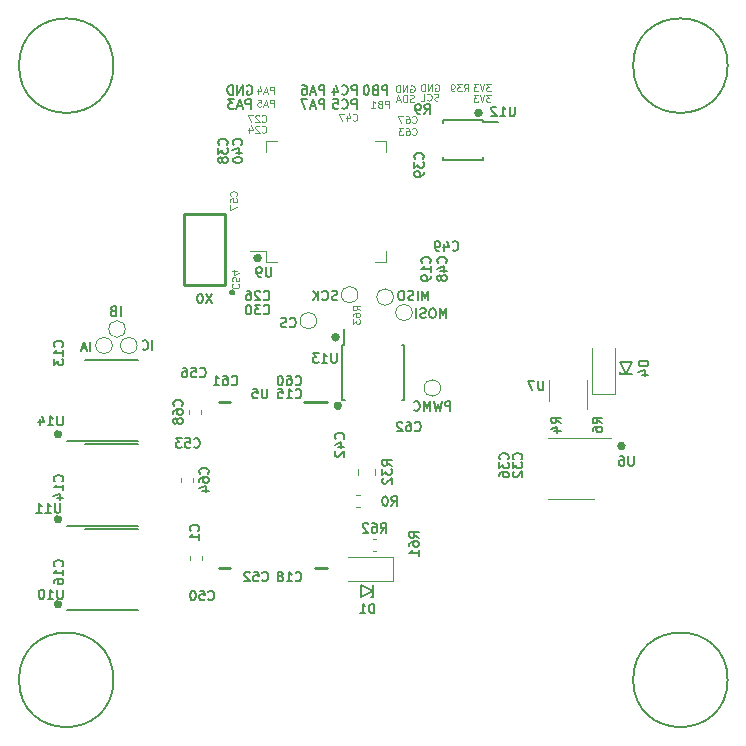
<source format=gbr>
G04 #@! TF.GenerationSoftware,KiCad,Pcbnew,5.99.0-unknown-dd374e12a~102~ubuntu20.04.1*
G04 #@! TF.CreationDate,2020-12-05T09:27:29-08:00*
G04 #@! TF.ProjectId,BLDC,424c4443-2e6b-4696-9361-645f70636258,rev?*
G04 #@! TF.SameCoordinates,Original*
G04 #@! TF.FileFunction,Legend,Bot*
G04 #@! TF.FilePolarity,Positive*
%FSLAX46Y46*%
G04 Gerber Fmt 4.6, Leading zero omitted, Abs format (unit mm)*
G04 Created by KiCad (PCBNEW 5.99.0-unknown-dd374e12a~102~ubuntu20.04.1) date 2020-12-05 09:27:29*
%MOMM*%
%LPD*%
G01*
G04 APERTURE LIST*
%ADD10C,0.200000*%
%ADD11C,0.300000*%
%ADD12C,0.150000*%
%ADD13C,0.120000*%
%ADD14C,0.254000*%
G04 APERTURE END LIST*
D10*
X126500000Y-79000000D02*
G75*
G03*
X126500000Y-79000000I-4000000J0D01*
G01*
D11*
X145700000Y-107800000D02*
G75*
G03*
X145700000Y-107800000I-200000J0D01*
G01*
X138900000Y-95300000D02*
G75*
G03*
X138900000Y-95300000I-200000J0D01*
G01*
X122000000Y-110200000D02*
G75*
G03*
X122000000Y-110200000I-200000J0D01*
G01*
X122000000Y-117400000D02*
G75*
G03*
X122000000Y-117400000I-200000J0D01*
G01*
X122000000Y-124600000D02*
G75*
G03*
X122000000Y-124600000I-200000J0D01*
G01*
X145500000Y-102000000D02*
G75*
G03*
X145500000Y-102000000I-200000J0D01*
G01*
X169700000Y-111200000D02*
G75*
G03*
X169700000Y-111200000I-200000J0D01*
G01*
D12*
X170400000Y-104100000D02*
X169900000Y-105100000D01*
X169400000Y-105100000D02*
X169400000Y-104900000D01*
X170400000Y-105100000D02*
X169900000Y-105100000D01*
X169900000Y-105100000D02*
X169400000Y-104100000D01*
X169400000Y-105100000D02*
X170400000Y-105100000D01*
X169400000Y-104100000D02*
X170400000Y-104100000D01*
D11*
X157600000Y-83000000D02*
G75*
G03*
X157600000Y-83000000I-200000J0D01*
G01*
D12*
X148500000Y-123000000D02*
X148500000Y-123500000D01*
D10*
X126500000Y-79000000D02*
G75*
G03*
X126500000Y-79000000I-4000000J0D01*
G01*
D12*
X147500000Y-123000000D02*
X148500000Y-123500000D01*
X147500000Y-124000000D02*
X147500000Y-123000000D01*
X148500000Y-123500000D02*
X147500000Y-124000000D01*
D10*
X178500000Y-131000000D02*
G75*
G03*
X178500000Y-131000000I-4000000J0D01*
G01*
D12*
X148500000Y-124000000D02*
X148300000Y-124000000D01*
X148500000Y-124000000D02*
X148500000Y-123000000D01*
D10*
X178500000Y-79000000D02*
G75*
G03*
X178500000Y-79000000I-4000000J0D01*
G01*
X126500000Y-131000000D02*
G75*
G03*
X126500000Y-131000000I-4000000J0D01*
G01*
D12*
X155023809Y-108222904D02*
X155023809Y-107422904D01*
X154719047Y-107422904D01*
X154642857Y-107461000D01*
X154604761Y-107499095D01*
X154566666Y-107575285D01*
X154566666Y-107689571D01*
X154604761Y-107765761D01*
X154642857Y-107803857D01*
X154719047Y-107841952D01*
X155023809Y-107841952D01*
X154300000Y-107422904D02*
X154109523Y-108222904D01*
X153957142Y-107651476D01*
X153804761Y-108222904D01*
X153614285Y-107422904D01*
X153309523Y-108222904D02*
X153309523Y-107422904D01*
X153042857Y-107994333D01*
X152776190Y-107422904D01*
X152776190Y-108222904D01*
X151938095Y-108146714D02*
X151976190Y-108184809D01*
X152090476Y-108222904D01*
X152166666Y-108222904D01*
X152280952Y-108184809D01*
X152357142Y-108108619D01*
X152395238Y-108032428D01*
X152433333Y-107880047D01*
X152433333Y-107765761D01*
X152395238Y-107613380D01*
X152357142Y-107537190D01*
X152280952Y-107461000D01*
X152166666Y-107422904D01*
X152090476Y-107422904D01*
X151976190Y-107461000D01*
X151938095Y-107499095D01*
X127100000Y-100161904D02*
X127100000Y-99361904D01*
X126452380Y-99742857D02*
X126338095Y-99780952D01*
X126300000Y-99819047D01*
X126261904Y-99895238D01*
X126261904Y-100009523D01*
X126300000Y-100085714D01*
X126338095Y-100123809D01*
X126414285Y-100161904D01*
X126719047Y-100161904D01*
X126719047Y-99361904D01*
X126452380Y-99361904D01*
X126376190Y-99400000D01*
X126338095Y-99438095D01*
X126300000Y-99514285D01*
X126300000Y-99590476D01*
X126338095Y-99666666D01*
X126376190Y-99704761D01*
X126452380Y-99742857D01*
X126719047Y-99742857D01*
X124542857Y-103161904D02*
X124542857Y-102361904D01*
X124200000Y-102933333D02*
X123819047Y-102933333D01*
X124276190Y-103161904D02*
X124009523Y-102361904D01*
X123742857Y-103161904D01*
X129800000Y-103061904D02*
X129800000Y-102261904D01*
X128961904Y-102985714D02*
X129000000Y-103023809D01*
X129114285Y-103061904D01*
X129190476Y-103061904D01*
X129304761Y-103023809D01*
X129380952Y-102947619D01*
X129419047Y-102871428D01*
X129457142Y-102719047D01*
X129457142Y-102604761D01*
X129419047Y-102452380D01*
X129380952Y-102376190D01*
X129304761Y-102300000D01*
X129190476Y-102261904D01*
X129114285Y-102261904D01*
X129000000Y-102300000D01*
X128961904Y-102338095D01*
X141433333Y-101085714D02*
X141471428Y-101123809D01*
X141585714Y-101161904D01*
X141661904Y-101161904D01*
X141776190Y-101123809D01*
X141852380Y-101047619D01*
X141890476Y-100971428D01*
X141928571Y-100819047D01*
X141928571Y-100704761D01*
X141890476Y-100552380D01*
X141852380Y-100476190D01*
X141776190Y-100400000D01*
X141661904Y-100361904D01*
X141585714Y-100361904D01*
X141471428Y-100400000D01*
X141433333Y-100438095D01*
X141128571Y-101123809D02*
X141014285Y-101161904D01*
X140823809Y-101161904D01*
X140747619Y-101123809D01*
X140709523Y-101085714D01*
X140671428Y-101009523D01*
X140671428Y-100933333D01*
X140709523Y-100857142D01*
X140747619Y-100819047D01*
X140823809Y-100780952D01*
X140976190Y-100742857D01*
X141052380Y-100704761D01*
X141090476Y-100666666D01*
X141128571Y-100590476D01*
X141128571Y-100514285D01*
X141090476Y-100438095D01*
X141052380Y-100400000D01*
X140976190Y-100361904D01*
X140785714Y-100361904D01*
X140671428Y-100400000D01*
X154657142Y-100361904D02*
X154657142Y-99561904D01*
X154390476Y-100133333D01*
X154123809Y-99561904D01*
X154123809Y-100361904D01*
X153590476Y-99561904D02*
X153438095Y-99561904D01*
X153361904Y-99600000D01*
X153285714Y-99676190D01*
X153247619Y-99828571D01*
X153247619Y-100095238D01*
X153285714Y-100247619D01*
X153361904Y-100323809D01*
X153438095Y-100361904D01*
X153590476Y-100361904D01*
X153666666Y-100323809D01*
X153742857Y-100247619D01*
X153780952Y-100095238D01*
X153780952Y-99828571D01*
X153742857Y-99676190D01*
X153666666Y-99600000D01*
X153590476Y-99561904D01*
X152942857Y-100323809D02*
X152828571Y-100361904D01*
X152638095Y-100361904D01*
X152561904Y-100323809D01*
X152523809Y-100285714D01*
X152485714Y-100209523D01*
X152485714Y-100133333D01*
X152523809Y-100057142D01*
X152561904Y-100019047D01*
X152638095Y-99980952D01*
X152790476Y-99942857D01*
X152866666Y-99904761D01*
X152904761Y-99866666D01*
X152942857Y-99790476D01*
X152942857Y-99714285D01*
X152904761Y-99638095D01*
X152866666Y-99600000D01*
X152790476Y-99561904D01*
X152600000Y-99561904D01*
X152485714Y-99600000D01*
X152142857Y-100361904D02*
X152142857Y-99561904D01*
X153157142Y-98861904D02*
X153157142Y-98061904D01*
X152890476Y-98633333D01*
X152623809Y-98061904D01*
X152623809Y-98861904D01*
X152242857Y-98861904D02*
X152242857Y-98061904D01*
X151900000Y-98823809D02*
X151785714Y-98861904D01*
X151595238Y-98861904D01*
X151519047Y-98823809D01*
X151480952Y-98785714D01*
X151442857Y-98709523D01*
X151442857Y-98633333D01*
X151480952Y-98557142D01*
X151519047Y-98519047D01*
X151595238Y-98480952D01*
X151747619Y-98442857D01*
X151823809Y-98404761D01*
X151861904Y-98366666D01*
X151900000Y-98290476D01*
X151900000Y-98214285D01*
X151861904Y-98138095D01*
X151823809Y-98100000D01*
X151747619Y-98061904D01*
X151557142Y-98061904D01*
X151442857Y-98100000D01*
X150947619Y-98061904D02*
X150795238Y-98061904D01*
X150719047Y-98100000D01*
X150642857Y-98176190D01*
X150604761Y-98328571D01*
X150604761Y-98595238D01*
X150642857Y-98747619D01*
X150719047Y-98823809D01*
X150795238Y-98861904D01*
X150947619Y-98861904D01*
X151023809Y-98823809D01*
X151100000Y-98747619D01*
X151138095Y-98595238D01*
X151138095Y-98328571D01*
X151100000Y-98176190D01*
X151023809Y-98100000D01*
X150947619Y-98061904D01*
X145428571Y-98823809D02*
X145314285Y-98861904D01*
X145123809Y-98861904D01*
X145047619Y-98823809D01*
X145009523Y-98785714D01*
X144971428Y-98709523D01*
X144971428Y-98633333D01*
X145009523Y-98557142D01*
X145047619Y-98519047D01*
X145123809Y-98480952D01*
X145276190Y-98442857D01*
X145352380Y-98404761D01*
X145390476Y-98366666D01*
X145428571Y-98290476D01*
X145428571Y-98214285D01*
X145390476Y-98138095D01*
X145352380Y-98100000D01*
X145276190Y-98061904D01*
X145085714Y-98061904D01*
X144971428Y-98100000D01*
X144171428Y-98785714D02*
X144209523Y-98823809D01*
X144323809Y-98861904D01*
X144400000Y-98861904D01*
X144514285Y-98823809D01*
X144590476Y-98747619D01*
X144628571Y-98671428D01*
X144666666Y-98519047D01*
X144666666Y-98404761D01*
X144628571Y-98252380D01*
X144590476Y-98176190D01*
X144514285Y-98100000D01*
X144400000Y-98061904D01*
X144323809Y-98061904D01*
X144209523Y-98100000D01*
X144171428Y-98138095D01*
X143828571Y-98861904D02*
X143828571Y-98061904D01*
X143371428Y-98861904D02*
X143714285Y-98404761D01*
X143371428Y-98061904D02*
X143828571Y-98519047D01*
D13*
X151657142Y-80700000D02*
X151714285Y-80671428D01*
X151800000Y-80671428D01*
X151885714Y-80700000D01*
X151942857Y-80757142D01*
X151971428Y-80814285D01*
X152000000Y-80928571D01*
X152000000Y-81014285D01*
X151971428Y-81128571D01*
X151942857Y-81185714D01*
X151885714Y-81242857D01*
X151800000Y-81271428D01*
X151742857Y-81271428D01*
X151657142Y-81242857D01*
X151628571Y-81214285D01*
X151628571Y-81014285D01*
X151742857Y-81014285D01*
X151371428Y-81271428D02*
X151371428Y-80671428D01*
X151028571Y-81271428D01*
X151028571Y-80671428D01*
X150742857Y-81271428D02*
X150742857Y-80671428D01*
X150600000Y-80671428D01*
X150514285Y-80700000D01*
X150457142Y-80757142D01*
X150428571Y-80814285D01*
X150400000Y-80928571D01*
X150400000Y-81014285D01*
X150428571Y-81128571D01*
X150457142Y-81185714D01*
X150514285Y-81242857D01*
X150600000Y-81271428D01*
X150742857Y-81271428D01*
X154014285Y-81942857D02*
X153928571Y-81971428D01*
X153785714Y-81971428D01*
X153728571Y-81942857D01*
X153700000Y-81914285D01*
X153671428Y-81857142D01*
X153671428Y-81800000D01*
X153700000Y-81742857D01*
X153728571Y-81714285D01*
X153785714Y-81685714D01*
X153900000Y-81657142D01*
X153957142Y-81628571D01*
X153985714Y-81600000D01*
X154014285Y-81542857D01*
X154014285Y-81485714D01*
X153985714Y-81428571D01*
X153957142Y-81400000D01*
X153900000Y-81371428D01*
X153757142Y-81371428D01*
X153671428Y-81400000D01*
X153071428Y-81914285D02*
X153100000Y-81942857D01*
X153185714Y-81971428D01*
X153242857Y-81971428D01*
X153328571Y-81942857D01*
X153385714Y-81885714D01*
X153414285Y-81828571D01*
X153442857Y-81714285D01*
X153442857Y-81628571D01*
X153414285Y-81514285D01*
X153385714Y-81457142D01*
X153328571Y-81400000D01*
X153242857Y-81371428D01*
X153185714Y-81371428D01*
X153100000Y-81400000D01*
X153071428Y-81428571D01*
X152528571Y-81971428D02*
X152814285Y-81971428D01*
X152814285Y-81371428D01*
X153757142Y-80600000D02*
X153814285Y-80571428D01*
X153900000Y-80571428D01*
X153985714Y-80600000D01*
X154042857Y-80657142D01*
X154071428Y-80714285D01*
X154100000Y-80828571D01*
X154100000Y-80914285D01*
X154071428Y-81028571D01*
X154042857Y-81085714D01*
X153985714Y-81142857D01*
X153900000Y-81171428D01*
X153842857Y-81171428D01*
X153757142Y-81142857D01*
X153728571Y-81114285D01*
X153728571Y-80914285D01*
X153842857Y-80914285D01*
X153471428Y-81171428D02*
X153471428Y-80571428D01*
X153128571Y-81171428D01*
X153128571Y-80571428D01*
X152842857Y-81171428D02*
X152842857Y-80571428D01*
X152700000Y-80571428D01*
X152614285Y-80600000D01*
X152557142Y-80657142D01*
X152528571Y-80714285D01*
X152500000Y-80828571D01*
X152500000Y-80914285D01*
X152528571Y-81028571D01*
X152557142Y-81085714D01*
X152614285Y-81142857D01*
X152700000Y-81171428D01*
X152842857Y-81171428D01*
X158442857Y-80571428D02*
X158071428Y-80571428D01*
X158271428Y-80800000D01*
X158185714Y-80800000D01*
X158128571Y-80828571D01*
X158100000Y-80857142D01*
X158071428Y-80914285D01*
X158071428Y-81057142D01*
X158100000Y-81114285D01*
X158128571Y-81142857D01*
X158185714Y-81171428D01*
X158357142Y-81171428D01*
X158414285Y-81142857D01*
X158442857Y-81114285D01*
X157900000Y-80571428D02*
X157700000Y-81171428D01*
X157500000Y-80571428D01*
X157357142Y-80571428D02*
X156985714Y-80571428D01*
X157185714Y-80800000D01*
X157100000Y-80800000D01*
X157042857Y-80828571D01*
X157014285Y-80857142D01*
X156985714Y-80914285D01*
X156985714Y-81057142D01*
X157014285Y-81114285D01*
X157042857Y-81142857D01*
X157100000Y-81171428D01*
X157271428Y-81171428D01*
X157328571Y-81142857D01*
X157357142Y-81114285D01*
X158442857Y-81471428D02*
X158071428Y-81471428D01*
X158271428Y-81700000D01*
X158185714Y-81700000D01*
X158128571Y-81728571D01*
X158100000Y-81757142D01*
X158071428Y-81814285D01*
X158071428Y-81957142D01*
X158100000Y-82014285D01*
X158128571Y-82042857D01*
X158185714Y-82071428D01*
X158357142Y-82071428D01*
X158414285Y-82042857D01*
X158442857Y-82014285D01*
X157900000Y-81471428D02*
X157700000Y-82071428D01*
X157500000Y-81471428D01*
X157357142Y-81471428D02*
X156985714Y-81471428D01*
X157185714Y-81700000D01*
X157100000Y-81700000D01*
X157042857Y-81728571D01*
X157014285Y-81757142D01*
X156985714Y-81814285D01*
X156985714Y-81957142D01*
X157014285Y-82014285D01*
X157042857Y-82042857D01*
X157100000Y-82071428D01*
X157271428Y-82071428D01*
X157328571Y-82042857D01*
X157357142Y-82014285D01*
D12*
X137809523Y-80700000D02*
X137885714Y-80661904D01*
X138000000Y-80661904D01*
X138114285Y-80700000D01*
X138190476Y-80776190D01*
X138228571Y-80852380D01*
X138266666Y-81004761D01*
X138266666Y-81119047D01*
X138228571Y-81271428D01*
X138190476Y-81347619D01*
X138114285Y-81423809D01*
X138000000Y-81461904D01*
X137923809Y-81461904D01*
X137809523Y-81423809D01*
X137771428Y-81385714D01*
X137771428Y-81119047D01*
X137923809Y-81119047D01*
X137428571Y-81461904D02*
X137428571Y-80661904D01*
X136971428Y-81461904D01*
X136971428Y-80661904D01*
X136590476Y-81461904D02*
X136590476Y-80661904D01*
X136400000Y-80661904D01*
X136285714Y-80700000D01*
X136209523Y-80776190D01*
X136171428Y-80852380D01*
X136133333Y-81004761D01*
X136133333Y-81119047D01*
X136171428Y-81271428D01*
X136209523Y-81347619D01*
X136285714Y-81423809D01*
X136400000Y-81461904D01*
X136590476Y-81461904D01*
X147090476Y-82661904D02*
X147090476Y-81861904D01*
X146785714Y-81861904D01*
X146709523Y-81900000D01*
X146671428Y-81938095D01*
X146633333Y-82014285D01*
X146633333Y-82128571D01*
X146671428Y-82204761D01*
X146709523Y-82242857D01*
X146785714Y-82280952D01*
X147090476Y-82280952D01*
X145833333Y-82585714D02*
X145871428Y-82623809D01*
X145985714Y-82661904D01*
X146061904Y-82661904D01*
X146176190Y-82623809D01*
X146252380Y-82547619D01*
X146290476Y-82471428D01*
X146328571Y-82319047D01*
X146328571Y-82204761D01*
X146290476Y-82052380D01*
X146252380Y-81976190D01*
X146176190Y-81900000D01*
X146061904Y-81861904D01*
X145985714Y-81861904D01*
X145871428Y-81900000D01*
X145833333Y-81938095D01*
X145109523Y-81861904D02*
X145490476Y-81861904D01*
X145528571Y-82242857D01*
X145490476Y-82204761D01*
X145414285Y-82166666D01*
X145223809Y-82166666D01*
X145147619Y-82204761D01*
X145109523Y-82242857D01*
X145071428Y-82319047D01*
X145071428Y-82509523D01*
X145109523Y-82585714D01*
X145147619Y-82623809D01*
X145223809Y-82661904D01*
X145414285Y-82661904D01*
X145490476Y-82623809D01*
X145528571Y-82585714D01*
D13*
X149842857Y-82571428D02*
X149842857Y-81971428D01*
X149614285Y-81971428D01*
X149557142Y-82000000D01*
X149528571Y-82028571D01*
X149500000Y-82085714D01*
X149500000Y-82171428D01*
X149528571Y-82228571D01*
X149557142Y-82257142D01*
X149614285Y-82285714D01*
X149842857Y-82285714D01*
X149042857Y-82257142D02*
X148957142Y-82285714D01*
X148928571Y-82314285D01*
X148900000Y-82371428D01*
X148900000Y-82457142D01*
X148928571Y-82514285D01*
X148957142Y-82542857D01*
X149014285Y-82571428D01*
X149242857Y-82571428D01*
X149242857Y-81971428D01*
X149042857Y-81971428D01*
X148985714Y-82000000D01*
X148957142Y-82028571D01*
X148928571Y-82085714D01*
X148928571Y-82142857D01*
X148957142Y-82200000D01*
X148985714Y-82228571D01*
X149042857Y-82257142D01*
X149242857Y-82257142D01*
X148328571Y-82571428D02*
X148671428Y-82571428D01*
X148500000Y-82571428D02*
X148500000Y-81971428D01*
X148557142Y-82057142D01*
X148614285Y-82114285D01*
X148671428Y-82142857D01*
D12*
X144333333Y-81461904D02*
X144333333Y-80661904D01*
X144028571Y-80661904D01*
X143952380Y-80700000D01*
X143914285Y-80738095D01*
X143876190Y-80814285D01*
X143876190Y-80928571D01*
X143914285Y-81004761D01*
X143952380Y-81042857D01*
X144028571Y-81080952D01*
X144333333Y-81080952D01*
X143571428Y-81233333D02*
X143190476Y-81233333D01*
X143647619Y-81461904D02*
X143380952Y-80661904D01*
X143114285Y-81461904D01*
X142504761Y-80661904D02*
X142657142Y-80661904D01*
X142733333Y-80700000D01*
X142771428Y-80738095D01*
X142847619Y-80852380D01*
X142885714Y-81004761D01*
X142885714Y-81309523D01*
X142847619Y-81385714D01*
X142809523Y-81423809D01*
X142733333Y-81461904D01*
X142580952Y-81461904D01*
X142504761Y-81423809D01*
X142466666Y-81385714D01*
X142428571Y-81309523D01*
X142428571Y-81119047D01*
X142466666Y-81042857D01*
X142504761Y-81004761D01*
X142580952Y-80966666D01*
X142733333Y-80966666D01*
X142809523Y-81004761D01*
X142847619Y-81042857D01*
X142885714Y-81119047D01*
X147090476Y-81461904D02*
X147090476Y-80661904D01*
X146785714Y-80661904D01*
X146709523Y-80700000D01*
X146671428Y-80738095D01*
X146633333Y-80814285D01*
X146633333Y-80928571D01*
X146671428Y-81004761D01*
X146709523Y-81042857D01*
X146785714Y-81080952D01*
X147090476Y-81080952D01*
X145833333Y-81385714D02*
X145871428Y-81423809D01*
X145985714Y-81461904D01*
X146061904Y-81461904D01*
X146176190Y-81423809D01*
X146252380Y-81347619D01*
X146290476Y-81271428D01*
X146328571Y-81119047D01*
X146328571Y-81004761D01*
X146290476Y-80852380D01*
X146252380Y-80776190D01*
X146176190Y-80700000D01*
X146061904Y-80661904D01*
X145985714Y-80661904D01*
X145871428Y-80700000D01*
X145833333Y-80738095D01*
X145147619Y-80928571D02*
X145147619Y-81461904D01*
X145338095Y-80623809D02*
X145528571Y-81195238D01*
X145033333Y-81195238D01*
X138133333Y-82661904D02*
X138133333Y-81861904D01*
X137828571Y-81861904D01*
X137752380Y-81900000D01*
X137714285Y-81938095D01*
X137676190Y-82014285D01*
X137676190Y-82128571D01*
X137714285Y-82204761D01*
X137752380Y-82242857D01*
X137828571Y-82280952D01*
X138133333Y-82280952D01*
X137371428Y-82433333D02*
X136990476Y-82433333D01*
X137447619Y-82661904D02*
X137180952Y-81861904D01*
X136914285Y-82661904D01*
X136723809Y-81861904D02*
X136228571Y-81861904D01*
X136495238Y-82166666D01*
X136380952Y-82166666D01*
X136304761Y-82204761D01*
X136266666Y-82242857D01*
X136228571Y-82319047D01*
X136228571Y-82509523D01*
X136266666Y-82585714D01*
X136304761Y-82623809D01*
X136380952Y-82661904D01*
X136609523Y-82661904D01*
X136685714Y-82623809D01*
X136723809Y-82585714D01*
D13*
X140100000Y-81371428D02*
X140100000Y-80771428D01*
X139871428Y-80771428D01*
X139814285Y-80800000D01*
X139785714Y-80828571D01*
X139757142Y-80885714D01*
X139757142Y-80971428D01*
X139785714Y-81028571D01*
X139814285Y-81057142D01*
X139871428Y-81085714D01*
X140100000Y-81085714D01*
X139528571Y-81200000D02*
X139242857Y-81200000D01*
X139585714Y-81371428D02*
X139385714Y-80771428D01*
X139185714Y-81371428D01*
X138728571Y-80971428D02*
X138728571Y-81371428D01*
X138871428Y-80742857D02*
X139014285Y-81171428D01*
X138642857Y-81171428D01*
X140100000Y-82471428D02*
X140100000Y-81871428D01*
X139871428Y-81871428D01*
X139814285Y-81900000D01*
X139785714Y-81928571D01*
X139757142Y-81985714D01*
X139757142Y-82071428D01*
X139785714Y-82128571D01*
X139814285Y-82157142D01*
X139871428Y-82185714D01*
X140100000Y-82185714D01*
X139528571Y-82300000D02*
X139242857Y-82300000D01*
X139585714Y-82471428D02*
X139385714Y-81871428D01*
X139185714Y-82471428D01*
X138700000Y-81871428D02*
X138985714Y-81871428D01*
X139014285Y-82157142D01*
X138985714Y-82128571D01*
X138928571Y-82100000D01*
X138785714Y-82100000D01*
X138728571Y-82128571D01*
X138700000Y-82157142D01*
X138671428Y-82214285D01*
X138671428Y-82357142D01*
X138700000Y-82414285D01*
X138728571Y-82442857D01*
X138785714Y-82471428D01*
X138928571Y-82471428D01*
X138985714Y-82442857D01*
X139014285Y-82414285D01*
D12*
X144333333Y-82661904D02*
X144333333Y-81861904D01*
X144028571Y-81861904D01*
X143952380Y-81900000D01*
X143914285Y-81938095D01*
X143876190Y-82014285D01*
X143876190Y-82128571D01*
X143914285Y-82204761D01*
X143952380Y-82242857D01*
X144028571Y-82280952D01*
X144333333Y-82280952D01*
X143571428Y-82433333D02*
X143190476Y-82433333D01*
X143647619Y-82661904D02*
X143380952Y-81861904D01*
X143114285Y-82661904D01*
X142923809Y-81861904D02*
X142390476Y-81861904D01*
X142733333Y-82661904D01*
X149690476Y-81461904D02*
X149690476Y-80661904D01*
X149385714Y-80661904D01*
X149309523Y-80700000D01*
X149271428Y-80738095D01*
X149233333Y-80814285D01*
X149233333Y-80928571D01*
X149271428Y-81004761D01*
X149309523Y-81042857D01*
X149385714Y-81080952D01*
X149690476Y-81080952D01*
X148623809Y-81042857D02*
X148509523Y-81080952D01*
X148471428Y-81119047D01*
X148433333Y-81195238D01*
X148433333Y-81309523D01*
X148471428Y-81385714D01*
X148509523Y-81423809D01*
X148585714Y-81461904D01*
X148890476Y-81461904D01*
X148890476Y-80661904D01*
X148623809Y-80661904D01*
X148547619Y-80700000D01*
X148509523Y-80738095D01*
X148471428Y-80814285D01*
X148471428Y-80890476D01*
X148509523Y-80966666D01*
X148547619Y-81004761D01*
X148623809Y-81042857D01*
X148890476Y-81042857D01*
X147938095Y-80661904D02*
X147861904Y-80661904D01*
X147785714Y-80700000D01*
X147747619Y-80738095D01*
X147709523Y-80814285D01*
X147671428Y-80966666D01*
X147671428Y-81157142D01*
X147709523Y-81309523D01*
X147747619Y-81385714D01*
X147785714Y-81423809D01*
X147861904Y-81461904D01*
X147938095Y-81461904D01*
X148014285Y-81423809D01*
X148052380Y-81385714D01*
X148090476Y-81309523D01*
X148128571Y-81157142D01*
X148128571Y-80966666D01*
X148090476Y-80814285D01*
X148052380Y-80738095D01*
X148014285Y-80700000D01*
X147938095Y-80661904D01*
D13*
X151928571Y-82042857D02*
X151842857Y-82071428D01*
X151700000Y-82071428D01*
X151642857Y-82042857D01*
X151614285Y-82014285D01*
X151585714Y-81957142D01*
X151585714Y-81900000D01*
X151614285Y-81842857D01*
X151642857Y-81814285D01*
X151700000Y-81785714D01*
X151814285Y-81757142D01*
X151871428Y-81728571D01*
X151900000Y-81700000D01*
X151928571Y-81642857D01*
X151928571Y-81585714D01*
X151900000Y-81528571D01*
X151871428Y-81500000D01*
X151814285Y-81471428D01*
X151671428Y-81471428D01*
X151585714Y-81500000D01*
X151328571Y-82071428D02*
X151328571Y-81471428D01*
X151185714Y-81471428D01*
X151100000Y-81500000D01*
X151042857Y-81557142D01*
X151014285Y-81614285D01*
X150985714Y-81728571D01*
X150985714Y-81814285D01*
X151014285Y-81928571D01*
X151042857Y-81985714D01*
X151100000Y-82042857D01*
X151185714Y-82071428D01*
X151328571Y-82071428D01*
X150757142Y-81900000D02*
X150471428Y-81900000D01*
X150814285Y-82071428D02*
X150614285Y-81471428D01*
X150414285Y-82071428D01*
D12*
X164361904Y-109266666D02*
X163980952Y-109000000D01*
X164361904Y-108809523D02*
X163561904Y-108809523D01*
X163561904Y-109114285D01*
X163600000Y-109190476D01*
X163638095Y-109228571D01*
X163714285Y-109266666D01*
X163828571Y-109266666D01*
X163904761Y-109228571D01*
X163942857Y-109190476D01*
X163980952Y-109114285D01*
X163980952Y-108809523D01*
X163828571Y-109952380D02*
X164361904Y-109952380D01*
X163523809Y-109761904D02*
X164095238Y-109571428D01*
X164095238Y-110066666D01*
X167861904Y-109266666D02*
X167480952Y-109000000D01*
X167861904Y-108809523D02*
X167061904Y-108809523D01*
X167061904Y-109114285D01*
X167100000Y-109190476D01*
X167138095Y-109228571D01*
X167214285Y-109266666D01*
X167328571Y-109266666D01*
X167404761Y-109228571D01*
X167442857Y-109190476D01*
X167480952Y-109114285D01*
X167480952Y-108809523D01*
X167061904Y-109952380D02*
X167061904Y-109800000D01*
X167100000Y-109723809D01*
X167138095Y-109685714D01*
X167252380Y-109609523D01*
X167404761Y-109571428D01*
X167709523Y-109571428D01*
X167785714Y-109609523D01*
X167823809Y-109647619D01*
X167861904Y-109723809D01*
X167861904Y-109876190D01*
X167823809Y-109952380D01*
X167785714Y-109990476D01*
X167709523Y-110028571D01*
X167519047Y-110028571D01*
X167442857Y-109990476D01*
X167404761Y-109952380D01*
X167366666Y-109876190D01*
X167366666Y-109723809D01*
X167404761Y-109647619D01*
X167442857Y-109609523D01*
X167519047Y-109571428D01*
X154635714Y-95685714D02*
X154673809Y-95647619D01*
X154711904Y-95533333D01*
X154711904Y-95457142D01*
X154673809Y-95342857D01*
X154597619Y-95266666D01*
X154521428Y-95228571D01*
X154369047Y-95190476D01*
X154254761Y-95190476D01*
X154102380Y-95228571D01*
X154026190Y-95266666D01*
X153950000Y-95342857D01*
X153911904Y-95457142D01*
X153911904Y-95533333D01*
X153950000Y-95647619D01*
X153988095Y-95685714D01*
X154178571Y-96371428D02*
X154711904Y-96371428D01*
X153873809Y-96180952D02*
X154445238Y-95990476D01*
X154445238Y-96485714D01*
X154254761Y-96904761D02*
X154216666Y-96828571D01*
X154178571Y-96790476D01*
X154102380Y-96752380D01*
X154064285Y-96752380D01*
X153988095Y-96790476D01*
X153950000Y-96828571D01*
X153911904Y-96904761D01*
X153911904Y-97057142D01*
X153950000Y-97133333D01*
X153988095Y-97171428D01*
X154064285Y-97209523D01*
X154102380Y-97209523D01*
X154178571Y-97171428D01*
X154216666Y-97133333D01*
X154254761Y-97057142D01*
X154254761Y-96904761D01*
X154292857Y-96828571D01*
X154330952Y-96790476D01*
X154407142Y-96752380D01*
X154559523Y-96752380D01*
X154635714Y-96790476D01*
X154673809Y-96828571D01*
X154711904Y-96904761D01*
X154711904Y-97057142D01*
X154673809Y-97133333D01*
X154635714Y-97171428D01*
X154559523Y-97209523D01*
X154407142Y-97209523D01*
X154330952Y-97171428D01*
X154292857Y-97133333D01*
X154254761Y-97057142D01*
X162909523Y-105661904D02*
X162909523Y-106309523D01*
X162871428Y-106385714D01*
X162833333Y-106423809D01*
X162757142Y-106461904D01*
X162604761Y-106461904D01*
X162528571Y-106423809D01*
X162490476Y-106385714D01*
X162452380Y-106309523D01*
X162452380Y-105661904D01*
X162147619Y-105661904D02*
X161614285Y-105661904D01*
X161957142Y-106461904D01*
X145390476Y-103361904D02*
X145390476Y-104009523D01*
X145352380Y-104085714D01*
X145314285Y-104123809D01*
X145238095Y-104161904D01*
X145085714Y-104161904D01*
X145009523Y-104123809D01*
X144971428Y-104085714D01*
X144933333Y-104009523D01*
X144933333Y-103361904D01*
X144133333Y-104161904D02*
X144590476Y-104161904D01*
X144361904Y-104161904D02*
X144361904Y-103361904D01*
X144438095Y-103476190D01*
X144514285Y-103552380D01*
X144590476Y-103590476D01*
X143866666Y-103361904D02*
X143371428Y-103361904D01*
X143638095Y-103666666D01*
X143523809Y-103666666D01*
X143447619Y-103704761D01*
X143409523Y-103742857D01*
X143371428Y-103819047D01*
X143371428Y-104009523D01*
X143409523Y-104085714D01*
X143447619Y-104123809D01*
X143523809Y-104161904D01*
X143752380Y-104161904D01*
X143828571Y-104123809D01*
X143866666Y-104085714D01*
X133814285Y-105285714D02*
X133852380Y-105323809D01*
X133966666Y-105361904D01*
X134042857Y-105361904D01*
X134157142Y-105323809D01*
X134233333Y-105247619D01*
X134271428Y-105171428D01*
X134309523Y-105019047D01*
X134309523Y-104904761D01*
X134271428Y-104752380D01*
X134233333Y-104676190D01*
X134157142Y-104600000D01*
X134042857Y-104561904D01*
X133966666Y-104561904D01*
X133852380Y-104600000D01*
X133814285Y-104638095D01*
X133090476Y-104561904D02*
X133471428Y-104561904D01*
X133509523Y-104942857D01*
X133471428Y-104904761D01*
X133395238Y-104866666D01*
X133204761Y-104866666D01*
X133128571Y-104904761D01*
X133090476Y-104942857D01*
X133052380Y-105019047D01*
X133052380Y-105209523D01*
X133090476Y-105285714D01*
X133128571Y-105323809D01*
X133204761Y-105361904D01*
X133395238Y-105361904D01*
X133471428Y-105323809D01*
X133509523Y-105285714D01*
X132366666Y-104561904D02*
X132519047Y-104561904D01*
X132595238Y-104600000D01*
X132633333Y-104638095D01*
X132709523Y-104752380D01*
X132747619Y-104904761D01*
X132747619Y-105209523D01*
X132709523Y-105285714D01*
X132671428Y-105323809D01*
X132595238Y-105361904D01*
X132442857Y-105361904D01*
X132366666Y-105323809D01*
X132328571Y-105285714D01*
X132290476Y-105209523D01*
X132290476Y-105019047D01*
X132328571Y-104942857D01*
X132366666Y-104904761D01*
X132442857Y-104866666D01*
X132595238Y-104866666D01*
X132671428Y-104904761D01*
X132709523Y-104942857D01*
X132747619Y-105019047D01*
X133685714Y-118366666D02*
X133723809Y-118328571D01*
X133761904Y-118214285D01*
X133761904Y-118138095D01*
X133723809Y-118023809D01*
X133647619Y-117947619D01*
X133571428Y-117909523D01*
X133419047Y-117871428D01*
X133304761Y-117871428D01*
X133152380Y-117909523D01*
X133076190Y-117947619D01*
X133000000Y-118023809D01*
X132961904Y-118138095D01*
X132961904Y-118214285D01*
X133000000Y-118328571D01*
X133038095Y-118366666D01*
X133761904Y-119128571D02*
X133761904Y-118671428D01*
X133761904Y-118900000D02*
X132961904Y-118900000D01*
X133076190Y-118823809D01*
X133152380Y-118747619D01*
X133190476Y-118671428D01*
X139509523Y-106361904D02*
X139509523Y-107009523D01*
X139471428Y-107085714D01*
X139433333Y-107123809D01*
X139357142Y-107161904D01*
X139204761Y-107161904D01*
X139128571Y-107123809D01*
X139090476Y-107085714D01*
X139052380Y-107009523D01*
X139052380Y-106361904D01*
X138290476Y-106361904D02*
X138671428Y-106361904D01*
X138709523Y-106742857D01*
X138671428Y-106704761D01*
X138595238Y-106666666D01*
X138404761Y-106666666D01*
X138328571Y-106704761D01*
X138290476Y-106742857D01*
X138252380Y-106819047D01*
X138252380Y-107009523D01*
X138290476Y-107085714D01*
X138328571Y-107123809D01*
X138404761Y-107161904D01*
X138595238Y-107161904D01*
X138671428Y-107123809D01*
X138709523Y-107085714D01*
X139114285Y-122585714D02*
X139152380Y-122623809D01*
X139266666Y-122661904D01*
X139342857Y-122661904D01*
X139457142Y-122623809D01*
X139533333Y-122547619D01*
X139571428Y-122471428D01*
X139609523Y-122319047D01*
X139609523Y-122204761D01*
X139571428Y-122052380D01*
X139533333Y-121976190D01*
X139457142Y-121900000D01*
X139342857Y-121861904D01*
X139266666Y-121861904D01*
X139152380Y-121900000D01*
X139114285Y-121938095D01*
X138390476Y-121861904D02*
X138771428Y-121861904D01*
X138809523Y-122242857D01*
X138771428Y-122204761D01*
X138695238Y-122166666D01*
X138504761Y-122166666D01*
X138428571Y-122204761D01*
X138390476Y-122242857D01*
X138352380Y-122319047D01*
X138352380Y-122509523D01*
X138390476Y-122585714D01*
X138428571Y-122623809D01*
X138504761Y-122661904D01*
X138695238Y-122661904D01*
X138771428Y-122623809D01*
X138809523Y-122585714D01*
X138047619Y-121938095D02*
X138009523Y-121900000D01*
X137933333Y-121861904D01*
X137742857Y-121861904D01*
X137666666Y-121900000D01*
X137628571Y-121938095D01*
X137590476Y-122014285D01*
X137590476Y-122090476D01*
X137628571Y-122204761D01*
X138085714Y-122661904D01*
X137590476Y-122661904D01*
X134514285Y-124185714D02*
X134552380Y-124223809D01*
X134666666Y-124261904D01*
X134742857Y-124261904D01*
X134857142Y-124223809D01*
X134933333Y-124147619D01*
X134971428Y-124071428D01*
X135009523Y-123919047D01*
X135009523Y-123804761D01*
X134971428Y-123652380D01*
X134933333Y-123576190D01*
X134857142Y-123500000D01*
X134742857Y-123461904D01*
X134666666Y-123461904D01*
X134552380Y-123500000D01*
X134514285Y-123538095D01*
X133790476Y-123461904D02*
X134171428Y-123461904D01*
X134209523Y-123842857D01*
X134171428Y-123804761D01*
X134095238Y-123766666D01*
X133904761Y-123766666D01*
X133828571Y-123804761D01*
X133790476Y-123842857D01*
X133752380Y-123919047D01*
X133752380Y-124109523D01*
X133790476Y-124185714D01*
X133828571Y-124223809D01*
X133904761Y-124261904D01*
X134095238Y-124261904D01*
X134171428Y-124223809D01*
X134209523Y-124185714D01*
X133257142Y-123461904D02*
X133180952Y-123461904D01*
X133104761Y-123500000D01*
X133066666Y-123538095D01*
X133028571Y-123614285D01*
X132990476Y-123766666D01*
X132990476Y-123957142D01*
X133028571Y-124109523D01*
X133066666Y-124185714D01*
X133104761Y-124223809D01*
X133180952Y-124261904D01*
X133257142Y-124261904D01*
X133333333Y-124223809D01*
X133371428Y-124185714D01*
X133409523Y-124109523D01*
X133447619Y-123957142D01*
X133447619Y-123766666D01*
X133409523Y-123614285D01*
X133371428Y-123538095D01*
X133333333Y-123500000D01*
X133257142Y-123461904D01*
X122185714Y-102785714D02*
X122223809Y-102747619D01*
X122261904Y-102633333D01*
X122261904Y-102557142D01*
X122223809Y-102442857D01*
X122147619Y-102366666D01*
X122071428Y-102328571D01*
X121919047Y-102290476D01*
X121804761Y-102290476D01*
X121652380Y-102328571D01*
X121576190Y-102366666D01*
X121500000Y-102442857D01*
X121461904Y-102557142D01*
X121461904Y-102633333D01*
X121500000Y-102747619D01*
X121538095Y-102785714D01*
X122261904Y-103547619D02*
X122261904Y-103090476D01*
X122261904Y-103319047D02*
X121461904Y-103319047D01*
X121576190Y-103242857D01*
X121652380Y-103166666D01*
X121690476Y-103090476D01*
X121461904Y-103814285D02*
X121461904Y-104309523D01*
X121766666Y-104042857D01*
X121766666Y-104157142D01*
X121804761Y-104233333D01*
X121842857Y-104271428D01*
X121919047Y-104309523D01*
X122109523Y-104309523D01*
X122185714Y-104271428D01*
X122223809Y-104233333D01*
X122261904Y-104157142D01*
X122261904Y-103928571D01*
X122223809Y-103852380D01*
X122185714Y-103814285D01*
X150033333Y-116261904D02*
X150300000Y-115880952D01*
X150490476Y-116261904D02*
X150490476Y-115461904D01*
X150185714Y-115461904D01*
X150109523Y-115500000D01*
X150071428Y-115538095D01*
X150033333Y-115614285D01*
X150033333Y-115728571D01*
X150071428Y-115804761D01*
X150109523Y-115842857D01*
X150185714Y-115880952D01*
X150490476Y-115880952D01*
X149538095Y-115461904D02*
X149461904Y-115461904D01*
X149385714Y-115500000D01*
X149347619Y-115538095D01*
X149309523Y-115614285D01*
X149271428Y-115766666D01*
X149271428Y-115957142D01*
X149309523Y-116109523D01*
X149347619Y-116185714D01*
X149385714Y-116223809D01*
X149461904Y-116261904D01*
X149538095Y-116261904D01*
X149614285Y-116223809D01*
X149652380Y-116185714D01*
X149690476Y-116109523D01*
X149728571Y-115957142D01*
X149728571Y-115766666D01*
X149690476Y-115614285D01*
X149652380Y-115538095D01*
X149614285Y-115500000D01*
X149538095Y-115461904D01*
D13*
X151800714Y-83814285D02*
X151829285Y-83842857D01*
X151915000Y-83871428D01*
X151972142Y-83871428D01*
X152057857Y-83842857D01*
X152115000Y-83785714D01*
X152143571Y-83728571D01*
X152172142Y-83614285D01*
X152172142Y-83528571D01*
X152143571Y-83414285D01*
X152115000Y-83357142D01*
X152057857Y-83300000D01*
X151972142Y-83271428D01*
X151915000Y-83271428D01*
X151829285Y-83300000D01*
X151800714Y-83328571D01*
X151286428Y-83271428D02*
X151400714Y-83271428D01*
X151457857Y-83300000D01*
X151486428Y-83328571D01*
X151543571Y-83414285D01*
X151572142Y-83528571D01*
X151572142Y-83757142D01*
X151543571Y-83814285D01*
X151515000Y-83842857D01*
X151457857Y-83871428D01*
X151343571Y-83871428D01*
X151286428Y-83842857D01*
X151257857Y-83814285D01*
X151229285Y-83757142D01*
X151229285Y-83614285D01*
X151257857Y-83557142D01*
X151286428Y-83528571D01*
X151343571Y-83500000D01*
X151457857Y-83500000D01*
X151515000Y-83528571D01*
X151543571Y-83557142D01*
X151572142Y-83614285D01*
X151029285Y-83271428D02*
X150629285Y-83271428D01*
X150886428Y-83871428D01*
D12*
X170559523Y-112061904D02*
X170559523Y-112709523D01*
X170521428Y-112785714D01*
X170483333Y-112823809D01*
X170407142Y-112861904D01*
X170254761Y-112861904D01*
X170178571Y-112823809D01*
X170140476Y-112785714D01*
X170102380Y-112709523D01*
X170102380Y-112061904D01*
X169378571Y-112061904D02*
X169530952Y-112061904D01*
X169607142Y-112100000D01*
X169645238Y-112138095D01*
X169721428Y-112252380D01*
X169759523Y-112404761D01*
X169759523Y-112709523D01*
X169721428Y-112785714D01*
X169683333Y-112823809D01*
X169607142Y-112861904D01*
X169454761Y-112861904D01*
X169378571Y-112823809D01*
X169340476Y-112785714D01*
X169302380Y-112709523D01*
X169302380Y-112519047D01*
X169340476Y-112442857D01*
X169378571Y-112404761D01*
X169454761Y-112366666D01*
X169607142Y-112366666D01*
X169683333Y-112404761D01*
X169721428Y-112442857D01*
X169759523Y-112519047D01*
X137335714Y-85685714D02*
X137373809Y-85647619D01*
X137411904Y-85533333D01*
X137411904Y-85457142D01*
X137373809Y-85342857D01*
X137297619Y-85266666D01*
X137221428Y-85228571D01*
X137069047Y-85190476D01*
X136954761Y-85190476D01*
X136802380Y-85228571D01*
X136726190Y-85266666D01*
X136650000Y-85342857D01*
X136611904Y-85457142D01*
X136611904Y-85533333D01*
X136650000Y-85647619D01*
X136688095Y-85685714D01*
X136878571Y-86371428D02*
X137411904Y-86371428D01*
X136573809Y-86180952D02*
X137145238Y-85990476D01*
X137145238Y-86485714D01*
X136611904Y-86942857D02*
X136611904Y-87019047D01*
X136650000Y-87095238D01*
X136688095Y-87133333D01*
X136764285Y-87171428D01*
X136916666Y-87209523D01*
X137107142Y-87209523D01*
X137259523Y-87171428D01*
X137335714Y-87133333D01*
X137373809Y-87095238D01*
X137411904Y-87019047D01*
X137411904Y-86942857D01*
X137373809Y-86866666D01*
X137335714Y-86828571D01*
X137259523Y-86790476D01*
X137107142Y-86752380D01*
X136916666Y-86752380D01*
X136764285Y-86790476D01*
X136688095Y-86828571D01*
X136650000Y-86866666D01*
X136611904Y-86942857D01*
X136085714Y-85685714D02*
X136123809Y-85647619D01*
X136161904Y-85533333D01*
X136161904Y-85457142D01*
X136123809Y-85342857D01*
X136047619Y-85266666D01*
X135971428Y-85228571D01*
X135819047Y-85190476D01*
X135704761Y-85190476D01*
X135552380Y-85228571D01*
X135476190Y-85266666D01*
X135400000Y-85342857D01*
X135361904Y-85457142D01*
X135361904Y-85533333D01*
X135400000Y-85647619D01*
X135438095Y-85685714D01*
X135361904Y-85952380D02*
X135361904Y-86447619D01*
X135666666Y-86180952D01*
X135666666Y-86295238D01*
X135704761Y-86371428D01*
X135742857Y-86409523D01*
X135819047Y-86447619D01*
X136009523Y-86447619D01*
X136085714Y-86409523D01*
X136123809Y-86371428D01*
X136161904Y-86295238D01*
X136161904Y-86066666D01*
X136123809Y-85990476D01*
X136085714Y-85952380D01*
X135704761Y-86904761D02*
X135666666Y-86828571D01*
X135628571Y-86790476D01*
X135552380Y-86752380D01*
X135514285Y-86752380D01*
X135438095Y-86790476D01*
X135400000Y-86828571D01*
X135361904Y-86904761D01*
X135361904Y-87057142D01*
X135400000Y-87133333D01*
X135438095Y-87171428D01*
X135514285Y-87209523D01*
X135552380Y-87209523D01*
X135628571Y-87171428D01*
X135666666Y-87133333D01*
X135704761Y-87057142D01*
X135704761Y-86904761D01*
X135742857Y-86828571D01*
X135780952Y-86790476D01*
X135857142Y-86752380D01*
X136009523Y-86752380D01*
X136085714Y-86790476D01*
X136123809Y-86828571D01*
X136161904Y-86904761D01*
X136161904Y-87057142D01*
X136123809Y-87133333D01*
X136085714Y-87171428D01*
X136009523Y-87209523D01*
X135857142Y-87209523D01*
X135780952Y-87171428D01*
X135742857Y-87133333D01*
X135704761Y-87057142D01*
D13*
X147371428Y-99714285D02*
X147085714Y-99514285D01*
X147371428Y-99371428D02*
X146771428Y-99371428D01*
X146771428Y-99600000D01*
X146800000Y-99657142D01*
X146828571Y-99685714D01*
X146885714Y-99714285D01*
X146971428Y-99714285D01*
X147028571Y-99685714D01*
X147057142Y-99657142D01*
X147085714Y-99600000D01*
X147085714Y-99371428D01*
X146771428Y-100228571D02*
X146771428Y-100114285D01*
X146800000Y-100057142D01*
X146828571Y-100028571D01*
X146914285Y-99971428D01*
X147028571Y-99942857D01*
X147257142Y-99942857D01*
X147314285Y-99971428D01*
X147342857Y-100000000D01*
X147371428Y-100057142D01*
X147371428Y-100171428D01*
X147342857Y-100228571D01*
X147314285Y-100257142D01*
X147257142Y-100285714D01*
X147114285Y-100285714D01*
X147057142Y-100257142D01*
X147028571Y-100228571D01*
X147000000Y-100171428D01*
X147000000Y-100057142D01*
X147028571Y-100000000D01*
X147057142Y-99971428D01*
X147114285Y-99942857D01*
X146771428Y-100485714D02*
X146771428Y-100857142D01*
X147000000Y-100657142D01*
X147000000Y-100742857D01*
X147028571Y-100800000D01*
X147057142Y-100828571D01*
X147114285Y-100857142D01*
X147257142Y-100857142D01*
X147314285Y-100828571D01*
X147342857Y-100800000D01*
X147371428Y-100742857D01*
X147371428Y-100571428D01*
X147342857Y-100514285D01*
X147314285Y-100485714D01*
X151800714Y-84814285D02*
X151829285Y-84842857D01*
X151915000Y-84871428D01*
X151972142Y-84871428D01*
X152057857Y-84842857D01*
X152115000Y-84785714D01*
X152143571Y-84728571D01*
X152172142Y-84614285D01*
X152172142Y-84528571D01*
X152143571Y-84414285D01*
X152115000Y-84357142D01*
X152057857Y-84300000D01*
X151972142Y-84271428D01*
X151915000Y-84271428D01*
X151829285Y-84300000D01*
X151800714Y-84328571D01*
X151286428Y-84271428D02*
X151400714Y-84271428D01*
X151457857Y-84300000D01*
X151486428Y-84328571D01*
X151543571Y-84414285D01*
X151572142Y-84528571D01*
X151572142Y-84757142D01*
X151543571Y-84814285D01*
X151515000Y-84842857D01*
X151457857Y-84871428D01*
X151343571Y-84871428D01*
X151286428Y-84842857D01*
X151257857Y-84814285D01*
X151229285Y-84757142D01*
X151229285Y-84614285D01*
X151257857Y-84557142D01*
X151286428Y-84528571D01*
X151343571Y-84500000D01*
X151457857Y-84500000D01*
X151515000Y-84528571D01*
X151543571Y-84557142D01*
X151572142Y-84614285D01*
X151029285Y-84271428D02*
X150657857Y-84271428D01*
X150857857Y-84500000D01*
X150772142Y-84500000D01*
X150715000Y-84528571D01*
X150686428Y-84557142D01*
X150657857Y-84614285D01*
X150657857Y-84757142D01*
X150686428Y-84814285D01*
X150715000Y-84842857D01*
X150772142Y-84871428D01*
X150943571Y-84871428D01*
X151000714Y-84842857D01*
X151029285Y-84814285D01*
D12*
X153285714Y-95685714D02*
X153323809Y-95647619D01*
X153361904Y-95533333D01*
X153361904Y-95457142D01*
X153323809Y-95342857D01*
X153247619Y-95266666D01*
X153171428Y-95228571D01*
X153019047Y-95190476D01*
X152904761Y-95190476D01*
X152752380Y-95228571D01*
X152676190Y-95266666D01*
X152600000Y-95342857D01*
X152561904Y-95457142D01*
X152561904Y-95533333D01*
X152600000Y-95647619D01*
X152638095Y-95685714D01*
X153361904Y-96447619D02*
X153361904Y-95990476D01*
X153361904Y-96219047D02*
X152561904Y-96219047D01*
X152676190Y-96142857D01*
X152752380Y-96066666D01*
X152790476Y-95990476D01*
X153361904Y-96828571D02*
X153361904Y-96980952D01*
X153323809Y-97057142D01*
X153285714Y-97095238D01*
X153171428Y-97171428D01*
X153019047Y-97209523D01*
X152714285Y-97209523D01*
X152638095Y-97171428D01*
X152600000Y-97133333D01*
X152561904Y-97057142D01*
X152561904Y-96904761D01*
X152600000Y-96828571D01*
X152638095Y-96790476D01*
X152714285Y-96752380D01*
X152904761Y-96752380D01*
X152980952Y-96790476D01*
X153019047Y-96828571D01*
X153057142Y-96904761D01*
X153057142Y-97057142D01*
X153019047Y-97133333D01*
X152980952Y-97171428D01*
X152904761Y-97209523D01*
X139214285Y-99985714D02*
X139252380Y-100023809D01*
X139366666Y-100061904D01*
X139442857Y-100061904D01*
X139557142Y-100023809D01*
X139633333Y-99947619D01*
X139671428Y-99871428D01*
X139709523Y-99719047D01*
X139709523Y-99604761D01*
X139671428Y-99452380D01*
X139633333Y-99376190D01*
X139557142Y-99300000D01*
X139442857Y-99261904D01*
X139366666Y-99261904D01*
X139252380Y-99300000D01*
X139214285Y-99338095D01*
X138947619Y-99261904D02*
X138452380Y-99261904D01*
X138719047Y-99566666D01*
X138604761Y-99566666D01*
X138528571Y-99604761D01*
X138490476Y-99642857D01*
X138452380Y-99719047D01*
X138452380Y-99909523D01*
X138490476Y-99985714D01*
X138528571Y-100023809D01*
X138604761Y-100061904D01*
X138833333Y-100061904D01*
X138909523Y-100023809D01*
X138947619Y-99985714D01*
X137957142Y-99261904D02*
X137880952Y-99261904D01*
X137804761Y-99300000D01*
X137766666Y-99338095D01*
X137728571Y-99414285D01*
X137690476Y-99566666D01*
X137690476Y-99757142D01*
X137728571Y-99909523D01*
X137766666Y-99985714D01*
X137804761Y-100023809D01*
X137880952Y-100061904D01*
X137957142Y-100061904D01*
X138033333Y-100023809D01*
X138071428Y-99985714D01*
X138109523Y-99909523D01*
X138147619Y-99757142D01*
X138147619Y-99566666D01*
X138109523Y-99414285D01*
X138071428Y-99338095D01*
X138033333Y-99300000D01*
X137957142Y-99261904D01*
X139214285Y-98785714D02*
X139252380Y-98823809D01*
X139366666Y-98861904D01*
X139442857Y-98861904D01*
X139557142Y-98823809D01*
X139633333Y-98747619D01*
X139671428Y-98671428D01*
X139709523Y-98519047D01*
X139709523Y-98404761D01*
X139671428Y-98252380D01*
X139633333Y-98176190D01*
X139557142Y-98100000D01*
X139442857Y-98061904D01*
X139366666Y-98061904D01*
X139252380Y-98100000D01*
X139214285Y-98138095D01*
X138909523Y-98138095D02*
X138871428Y-98100000D01*
X138795238Y-98061904D01*
X138604761Y-98061904D01*
X138528571Y-98100000D01*
X138490476Y-98138095D01*
X138452380Y-98214285D01*
X138452380Y-98290476D01*
X138490476Y-98404761D01*
X138947619Y-98861904D01*
X138452380Y-98861904D01*
X137766666Y-98061904D02*
X137919047Y-98061904D01*
X137995238Y-98100000D01*
X138033333Y-98138095D01*
X138109523Y-98252380D01*
X138147619Y-98404761D01*
X138147619Y-98709523D01*
X138109523Y-98785714D01*
X138071428Y-98823809D01*
X137995238Y-98861904D01*
X137842857Y-98861904D01*
X137766666Y-98823809D01*
X137728571Y-98785714D01*
X137690476Y-98709523D01*
X137690476Y-98519047D01*
X137728571Y-98442857D01*
X137766666Y-98404761D01*
X137842857Y-98366666D01*
X137995238Y-98366666D01*
X138071428Y-98404761D01*
X138109523Y-98442857D01*
X138147619Y-98519047D01*
D13*
X139085714Y-83714285D02*
X139114285Y-83742857D01*
X139200000Y-83771428D01*
X139257142Y-83771428D01*
X139342857Y-83742857D01*
X139400000Y-83685714D01*
X139428571Y-83628571D01*
X139457142Y-83514285D01*
X139457142Y-83428571D01*
X139428571Y-83314285D01*
X139400000Y-83257142D01*
X139342857Y-83200000D01*
X139257142Y-83171428D01*
X139200000Y-83171428D01*
X139114285Y-83200000D01*
X139085714Y-83228571D01*
X138857142Y-83228571D02*
X138828571Y-83200000D01*
X138771428Y-83171428D01*
X138628571Y-83171428D01*
X138571428Y-83200000D01*
X138542857Y-83228571D01*
X138514285Y-83285714D01*
X138514285Y-83342857D01*
X138542857Y-83428571D01*
X138885714Y-83771428D01*
X138514285Y-83771428D01*
X138314285Y-83171428D02*
X137914285Y-83171428D01*
X138171428Y-83771428D01*
X139085714Y-84614285D02*
X139114285Y-84642857D01*
X139200000Y-84671428D01*
X139257142Y-84671428D01*
X139342857Y-84642857D01*
X139400000Y-84585714D01*
X139428571Y-84528571D01*
X139457142Y-84414285D01*
X139457142Y-84328571D01*
X139428571Y-84214285D01*
X139400000Y-84157142D01*
X139342857Y-84100000D01*
X139257142Y-84071428D01*
X139200000Y-84071428D01*
X139114285Y-84100000D01*
X139085714Y-84128571D01*
X138857142Y-84128571D02*
X138828571Y-84100000D01*
X138771428Y-84071428D01*
X138628571Y-84071428D01*
X138571428Y-84100000D01*
X138542857Y-84128571D01*
X138514285Y-84185714D01*
X138514285Y-84242857D01*
X138542857Y-84328571D01*
X138885714Y-84671428D01*
X138514285Y-84671428D01*
X138000000Y-84271428D02*
X138000000Y-84671428D01*
X138142857Y-84042857D02*
X138285714Y-84471428D01*
X137914285Y-84471428D01*
D12*
X139859523Y-96061904D02*
X139859523Y-96709523D01*
X139821428Y-96785714D01*
X139783333Y-96823809D01*
X139707142Y-96861904D01*
X139554761Y-96861904D01*
X139478571Y-96823809D01*
X139440476Y-96785714D01*
X139402380Y-96709523D01*
X139402380Y-96061904D01*
X138983333Y-96861904D02*
X138830952Y-96861904D01*
X138754761Y-96823809D01*
X138716666Y-96785714D01*
X138640476Y-96671428D01*
X138602380Y-96519047D01*
X138602380Y-96214285D01*
X138640476Y-96138095D01*
X138678571Y-96100000D01*
X138754761Y-96061904D01*
X138907142Y-96061904D01*
X138983333Y-96100000D01*
X139021428Y-96138095D01*
X139059523Y-96214285D01*
X139059523Y-96404761D01*
X139021428Y-96480952D01*
X138983333Y-96519047D01*
X138907142Y-96557142D01*
X138754761Y-96557142D01*
X138678571Y-96519047D01*
X138640476Y-96480952D01*
X138602380Y-96404761D01*
X141914285Y-107085714D02*
X141952380Y-107123809D01*
X142066666Y-107161904D01*
X142142857Y-107161904D01*
X142257142Y-107123809D01*
X142333333Y-107047619D01*
X142371428Y-106971428D01*
X142409523Y-106819047D01*
X142409523Y-106704761D01*
X142371428Y-106552380D01*
X142333333Y-106476190D01*
X142257142Y-106400000D01*
X142142857Y-106361904D01*
X142066666Y-106361904D01*
X141952380Y-106400000D01*
X141914285Y-106438095D01*
X141152380Y-107161904D02*
X141609523Y-107161904D01*
X141380952Y-107161904D02*
X141380952Y-106361904D01*
X141457142Y-106476190D01*
X141533333Y-106552380D01*
X141609523Y-106590476D01*
X140428571Y-106361904D02*
X140809523Y-106361904D01*
X140847619Y-106742857D01*
X140809523Y-106704761D01*
X140733333Y-106666666D01*
X140542857Y-106666666D01*
X140466666Y-106704761D01*
X140428571Y-106742857D01*
X140390476Y-106819047D01*
X140390476Y-107009523D01*
X140428571Y-107085714D01*
X140466666Y-107123809D01*
X140542857Y-107161904D01*
X140733333Y-107161904D01*
X140809523Y-107123809D01*
X140847619Y-107085714D01*
X145985714Y-110585714D02*
X146023809Y-110547619D01*
X146061904Y-110433333D01*
X146061904Y-110357142D01*
X146023809Y-110242857D01*
X145947619Y-110166666D01*
X145871428Y-110128571D01*
X145719047Y-110090476D01*
X145604761Y-110090476D01*
X145452380Y-110128571D01*
X145376190Y-110166666D01*
X145300000Y-110242857D01*
X145261904Y-110357142D01*
X145261904Y-110433333D01*
X145300000Y-110547619D01*
X145338095Y-110585714D01*
X145528571Y-111271428D02*
X146061904Y-111271428D01*
X145223809Y-111080952D02*
X145795238Y-110890476D01*
X145795238Y-111385714D01*
X145338095Y-111652380D02*
X145300000Y-111690476D01*
X145261904Y-111766666D01*
X145261904Y-111957142D01*
X145300000Y-112033333D01*
X145338095Y-112071428D01*
X145414285Y-112109523D01*
X145490476Y-112109523D01*
X145604761Y-112071428D01*
X146061904Y-111614285D01*
X146061904Y-112109523D01*
X134485714Y-113535714D02*
X134523809Y-113497619D01*
X134561904Y-113383333D01*
X134561904Y-113307142D01*
X134523809Y-113192857D01*
X134447619Y-113116666D01*
X134371428Y-113078571D01*
X134219047Y-113040476D01*
X134104761Y-113040476D01*
X133952380Y-113078571D01*
X133876190Y-113116666D01*
X133800000Y-113192857D01*
X133761904Y-113307142D01*
X133761904Y-113383333D01*
X133800000Y-113497619D01*
X133838095Y-113535714D01*
X133761904Y-114221428D02*
X133761904Y-114069047D01*
X133800000Y-113992857D01*
X133838095Y-113954761D01*
X133952380Y-113878571D01*
X134104761Y-113840476D01*
X134409523Y-113840476D01*
X134485714Y-113878571D01*
X134523809Y-113916666D01*
X134561904Y-113992857D01*
X134561904Y-114145238D01*
X134523809Y-114221428D01*
X134485714Y-114259523D01*
X134409523Y-114297619D01*
X134219047Y-114297619D01*
X134142857Y-114259523D01*
X134104761Y-114221428D01*
X134066666Y-114145238D01*
X134066666Y-113992857D01*
X134104761Y-113916666D01*
X134142857Y-113878571D01*
X134219047Y-113840476D01*
X134028571Y-114983333D02*
X134561904Y-114983333D01*
X133723809Y-114792857D02*
X134295238Y-114602380D01*
X134295238Y-115097619D01*
X132285714Y-107785714D02*
X132323809Y-107747619D01*
X132361904Y-107633333D01*
X132361904Y-107557142D01*
X132323809Y-107442857D01*
X132247619Y-107366666D01*
X132171428Y-107328571D01*
X132019047Y-107290476D01*
X131904761Y-107290476D01*
X131752380Y-107328571D01*
X131676190Y-107366666D01*
X131600000Y-107442857D01*
X131561904Y-107557142D01*
X131561904Y-107633333D01*
X131600000Y-107747619D01*
X131638095Y-107785714D01*
X131561904Y-108471428D02*
X131561904Y-108319047D01*
X131600000Y-108242857D01*
X131638095Y-108204761D01*
X131752380Y-108128571D01*
X131904761Y-108090476D01*
X132209523Y-108090476D01*
X132285714Y-108128571D01*
X132323809Y-108166666D01*
X132361904Y-108242857D01*
X132361904Y-108395238D01*
X132323809Y-108471428D01*
X132285714Y-108509523D01*
X132209523Y-108547619D01*
X132019047Y-108547619D01*
X131942857Y-108509523D01*
X131904761Y-108471428D01*
X131866666Y-108395238D01*
X131866666Y-108242857D01*
X131904761Y-108166666D01*
X131942857Y-108128571D01*
X132019047Y-108090476D01*
X131904761Y-109004761D02*
X131866666Y-108928571D01*
X131828571Y-108890476D01*
X131752380Y-108852380D01*
X131714285Y-108852380D01*
X131638095Y-108890476D01*
X131600000Y-108928571D01*
X131561904Y-109004761D01*
X131561904Y-109157142D01*
X131600000Y-109233333D01*
X131638095Y-109271428D01*
X131714285Y-109309523D01*
X131752380Y-109309523D01*
X131828571Y-109271428D01*
X131866666Y-109233333D01*
X131904761Y-109157142D01*
X131904761Y-109004761D01*
X131942857Y-108928571D01*
X131980952Y-108890476D01*
X132057142Y-108852380D01*
X132209523Y-108852380D01*
X132285714Y-108890476D01*
X132323809Y-108928571D01*
X132361904Y-109004761D01*
X132361904Y-109157142D01*
X132323809Y-109233333D01*
X132285714Y-109271428D01*
X132209523Y-109309523D01*
X132057142Y-109309523D01*
X131980952Y-109271428D01*
X131942857Y-109233333D01*
X131904761Y-109157142D01*
X152685714Y-86885714D02*
X152723809Y-86847619D01*
X152761904Y-86733333D01*
X152761904Y-86657142D01*
X152723809Y-86542857D01*
X152647619Y-86466666D01*
X152571428Y-86428571D01*
X152419047Y-86390476D01*
X152304761Y-86390476D01*
X152152380Y-86428571D01*
X152076190Y-86466666D01*
X152000000Y-86542857D01*
X151961904Y-86657142D01*
X151961904Y-86733333D01*
X152000000Y-86847619D01*
X152038095Y-86885714D01*
X151961904Y-87152380D02*
X151961904Y-87647619D01*
X152266666Y-87380952D01*
X152266666Y-87495238D01*
X152304761Y-87571428D01*
X152342857Y-87609523D01*
X152419047Y-87647619D01*
X152609523Y-87647619D01*
X152685714Y-87609523D01*
X152723809Y-87571428D01*
X152761904Y-87495238D01*
X152761904Y-87266666D01*
X152723809Y-87190476D01*
X152685714Y-87152380D01*
X152761904Y-88028571D02*
X152761904Y-88180952D01*
X152723809Y-88257142D01*
X152685714Y-88295238D01*
X152571428Y-88371428D01*
X152419047Y-88409523D01*
X152114285Y-88409523D01*
X152038095Y-88371428D01*
X152000000Y-88333333D01*
X151961904Y-88257142D01*
X151961904Y-88104761D01*
X152000000Y-88028571D01*
X152038095Y-87990476D01*
X152114285Y-87952380D01*
X152304761Y-87952380D01*
X152380952Y-87990476D01*
X152419047Y-88028571D01*
X152457142Y-88104761D01*
X152457142Y-88257142D01*
X152419047Y-88333333D01*
X152380952Y-88371428D01*
X152304761Y-88409523D01*
X159885714Y-112335714D02*
X159923809Y-112297619D01*
X159961904Y-112183333D01*
X159961904Y-112107142D01*
X159923809Y-111992857D01*
X159847619Y-111916666D01*
X159771428Y-111878571D01*
X159619047Y-111840476D01*
X159504761Y-111840476D01*
X159352380Y-111878571D01*
X159276190Y-111916666D01*
X159200000Y-111992857D01*
X159161904Y-112107142D01*
X159161904Y-112183333D01*
X159200000Y-112297619D01*
X159238095Y-112335714D01*
X159161904Y-112602380D02*
X159161904Y-113097619D01*
X159466666Y-112830952D01*
X159466666Y-112945238D01*
X159504761Y-113021428D01*
X159542857Y-113059523D01*
X159619047Y-113097619D01*
X159809523Y-113097619D01*
X159885714Y-113059523D01*
X159923809Y-113021428D01*
X159961904Y-112945238D01*
X159961904Y-112716666D01*
X159923809Y-112640476D01*
X159885714Y-112602380D01*
X159161904Y-113783333D02*
X159161904Y-113630952D01*
X159200000Y-113554761D01*
X159238095Y-113516666D01*
X159352380Y-113440476D01*
X159504761Y-113402380D01*
X159809523Y-113402380D01*
X159885714Y-113440476D01*
X159923809Y-113478571D01*
X159961904Y-113554761D01*
X159961904Y-113707142D01*
X159923809Y-113783333D01*
X159885714Y-113821428D01*
X159809523Y-113859523D01*
X159619047Y-113859523D01*
X159542857Y-113821428D01*
X159504761Y-113783333D01*
X159466666Y-113707142D01*
X159466666Y-113554761D01*
X159504761Y-113478571D01*
X159542857Y-113440476D01*
X159619047Y-113402380D01*
X161035714Y-112335714D02*
X161073809Y-112297619D01*
X161111904Y-112183333D01*
X161111904Y-112107142D01*
X161073809Y-111992857D01*
X160997619Y-111916666D01*
X160921428Y-111878571D01*
X160769047Y-111840476D01*
X160654761Y-111840476D01*
X160502380Y-111878571D01*
X160426190Y-111916666D01*
X160350000Y-111992857D01*
X160311904Y-112107142D01*
X160311904Y-112183333D01*
X160350000Y-112297619D01*
X160388095Y-112335714D01*
X160311904Y-112602380D02*
X160311904Y-113097619D01*
X160616666Y-112830952D01*
X160616666Y-112945238D01*
X160654761Y-113021428D01*
X160692857Y-113059523D01*
X160769047Y-113097619D01*
X160959523Y-113097619D01*
X161035714Y-113059523D01*
X161073809Y-113021428D01*
X161111904Y-112945238D01*
X161111904Y-112716666D01*
X161073809Y-112640476D01*
X161035714Y-112602380D01*
X160388095Y-113402380D02*
X160350000Y-113440476D01*
X160311904Y-113516666D01*
X160311904Y-113707142D01*
X160350000Y-113783333D01*
X160388095Y-113821428D01*
X160464285Y-113859523D01*
X160540476Y-113859523D01*
X160654761Y-113821428D01*
X161111904Y-113364285D01*
X161111904Y-113859523D01*
X160490476Y-82461904D02*
X160490476Y-83109523D01*
X160452380Y-83185714D01*
X160414285Y-83223809D01*
X160338095Y-83261904D01*
X160185714Y-83261904D01*
X160109523Y-83223809D01*
X160071428Y-83185714D01*
X160033333Y-83109523D01*
X160033333Y-82461904D01*
X159233333Y-83261904D02*
X159690476Y-83261904D01*
X159461904Y-83261904D02*
X159461904Y-82461904D01*
X159538095Y-82576190D01*
X159614285Y-82652380D01*
X159690476Y-82690476D01*
X158928571Y-82538095D02*
X158890476Y-82500000D01*
X158814285Y-82461904D01*
X158623809Y-82461904D01*
X158547619Y-82500000D01*
X158509523Y-82538095D01*
X158471428Y-82614285D01*
X158471428Y-82690476D01*
X158509523Y-82804761D01*
X158966666Y-83261904D01*
X158471428Y-83261904D01*
X122185714Y-114185714D02*
X122223809Y-114147619D01*
X122261904Y-114033333D01*
X122261904Y-113957142D01*
X122223809Y-113842857D01*
X122147619Y-113766666D01*
X122071428Y-113728571D01*
X121919047Y-113690476D01*
X121804761Y-113690476D01*
X121652380Y-113728571D01*
X121576190Y-113766666D01*
X121500000Y-113842857D01*
X121461904Y-113957142D01*
X121461904Y-114033333D01*
X121500000Y-114147619D01*
X121538095Y-114185714D01*
X122261904Y-114947619D02*
X122261904Y-114490476D01*
X122261904Y-114719047D02*
X121461904Y-114719047D01*
X121576190Y-114642857D01*
X121652380Y-114566666D01*
X121690476Y-114490476D01*
X121728571Y-115633333D02*
X122261904Y-115633333D01*
X121423809Y-115442857D02*
X121995238Y-115252380D01*
X121995238Y-115747619D01*
X150061904Y-112885714D02*
X149680952Y-112619047D01*
X150061904Y-112428571D02*
X149261904Y-112428571D01*
X149261904Y-112733333D01*
X149300000Y-112809523D01*
X149338095Y-112847619D01*
X149414285Y-112885714D01*
X149528571Y-112885714D01*
X149604761Y-112847619D01*
X149642857Y-112809523D01*
X149680952Y-112733333D01*
X149680952Y-112428571D01*
X149261904Y-113152380D02*
X149261904Y-113647619D01*
X149566666Y-113380952D01*
X149566666Y-113495238D01*
X149604761Y-113571428D01*
X149642857Y-113609523D01*
X149719047Y-113647619D01*
X149909523Y-113647619D01*
X149985714Y-113609523D01*
X150023809Y-113571428D01*
X150061904Y-113495238D01*
X150061904Y-113266666D01*
X150023809Y-113190476D01*
X149985714Y-113152380D01*
X149338095Y-113952380D02*
X149300000Y-113990476D01*
X149261904Y-114066666D01*
X149261904Y-114257142D01*
X149300000Y-114333333D01*
X149338095Y-114371428D01*
X149414285Y-114409523D01*
X149490476Y-114409523D01*
X149604761Y-114371428D01*
X150061904Y-113914285D01*
X150061904Y-114409523D01*
X141914285Y-105985714D02*
X141952380Y-106023809D01*
X142066666Y-106061904D01*
X142142857Y-106061904D01*
X142257142Y-106023809D01*
X142333333Y-105947619D01*
X142371428Y-105871428D01*
X142409523Y-105719047D01*
X142409523Y-105604761D01*
X142371428Y-105452380D01*
X142333333Y-105376190D01*
X142257142Y-105300000D01*
X142142857Y-105261904D01*
X142066666Y-105261904D01*
X141952380Y-105300000D01*
X141914285Y-105338095D01*
X141228571Y-105261904D02*
X141380952Y-105261904D01*
X141457142Y-105300000D01*
X141495238Y-105338095D01*
X141571428Y-105452380D01*
X141609523Y-105604761D01*
X141609523Y-105909523D01*
X141571428Y-105985714D01*
X141533333Y-106023809D01*
X141457142Y-106061904D01*
X141304761Y-106061904D01*
X141228571Y-106023809D01*
X141190476Y-105985714D01*
X141152380Y-105909523D01*
X141152380Y-105719047D01*
X141190476Y-105642857D01*
X141228571Y-105604761D01*
X141304761Y-105566666D01*
X141457142Y-105566666D01*
X141533333Y-105604761D01*
X141571428Y-105642857D01*
X141609523Y-105719047D01*
X140657142Y-105261904D02*
X140580952Y-105261904D01*
X140504761Y-105300000D01*
X140466666Y-105338095D01*
X140428571Y-105414285D01*
X140390476Y-105566666D01*
X140390476Y-105757142D01*
X140428571Y-105909523D01*
X140466666Y-105985714D01*
X140504761Y-106023809D01*
X140580952Y-106061904D01*
X140657142Y-106061904D01*
X140733333Y-106023809D01*
X140771428Y-105985714D01*
X140809523Y-105909523D01*
X140847619Y-105757142D01*
X140847619Y-105566666D01*
X140809523Y-105414285D01*
X140771428Y-105338095D01*
X140733333Y-105300000D01*
X140657142Y-105261904D01*
X122185714Y-121385714D02*
X122223809Y-121347619D01*
X122261904Y-121233333D01*
X122261904Y-121157142D01*
X122223809Y-121042857D01*
X122147619Y-120966666D01*
X122071428Y-120928571D01*
X121919047Y-120890476D01*
X121804761Y-120890476D01*
X121652380Y-120928571D01*
X121576190Y-120966666D01*
X121500000Y-121042857D01*
X121461904Y-121157142D01*
X121461904Y-121233333D01*
X121500000Y-121347619D01*
X121538095Y-121385714D01*
X122261904Y-122147619D02*
X122261904Y-121690476D01*
X122261904Y-121919047D02*
X121461904Y-121919047D01*
X121576190Y-121842857D01*
X121652380Y-121766666D01*
X121690476Y-121690476D01*
X121461904Y-122833333D02*
X121461904Y-122680952D01*
X121500000Y-122604761D01*
X121538095Y-122566666D01*
X121652380Y-122490476D01*
X121804761Y-122452380D01*
X122109523Y-122452380D01*
X122185714Y-122490476D01*
X122223809Y-122528571D01*
X122261904Y-122604761D01*
X122261904Y-122757142D01*
X122223809Y-122833333D01*
X122185714Y-122871428D01*
X122109523Y-122909523D01*
X121919047Y-122909523D01*
X121842857Y-122871428D01*
X121804761Y-122833333D01*
X121766666Y-122757142D01*
X121766666Y-122604761D01*
X121804761Y-122528571D01*
X121842857Y-122490476D01*
X121919047Y-122452380D01*
X148590476Y-125361904D02*
X148590476Y-124561904D01*
X148400000Y-124561904D01*
X148285714Y-124600000D01*
X148209523Y-124676190D01*
X148171428Y-124752380D01*
X148133333Y-124904761D01*
X148133333Y-125019047D01*
X148171428Y-125171428D01*
X148209523Y-125247619D01*
X148285714Y-125323809D01*
X148400000Y-125361904D01*
X148590476Y-125361904D01*
X147371428Y-125361904D02*
X147828571Y-125361904D01*
X147600000Y-125361904D02*
X147600000Y-124561904D01*
X147676190Y-124676190D01*
X147752380Y-124752380D01*
X147828571Y-124790476D01*
X171761904Y-104009523D02*
X170961904Y-104009523D01*
X170961904Y-104200000D01*
X171000000Y-104314285D01*
X171076190Y-104390476D01*
X171152380Y-104428571D01*
X171304761Y-104466666D01*
X171419047Y-104466666D01*
X171571428Y-104428571D01*
X171647619Y-104390476D01*
X171723809Y-104314285D01*
X171761904Y-104200000D01*
X171761904Y-104009523D01*
X171228571Y-105152380D02*
X171761904Y-105152380D01*
X170923809Y-104961904D02*
X171495238Y-104771428D01*
X171495238Y-105266666D01*
X134847619Y-98311904D02*
X134314285Y-99111904D01*
X134314285Y-98311904D02*
X134847619Y-99111904D01*
X133857142Y-98311904D02*
X133780952Y-98311904D01*
X133704761Y-98350000D01*
X133666666Y-98388095D01*
X133628571Y-98464285D01*
X133590476Y-98616666D01*
X133590476Y-98807142D01*
X133628571Y-98959523D01*
X133666666Y-99035714D01*
X133704761Y-99073809D01*
X133780952Y-99111904D01*
X133857142Y-99111904D01*
X133933333Y-99073809D01*
X133971428Y-99035714D01*
X134009523Y-98959523D01*
X134047619Y-98807142D01*
X134047619Y-98616666D01*
X134009523Y-98464285D01*
X133971428Y-98388095D01*
X133933333Y-98350000D01*
X133857142Y-98311904D01*
X149114285Y-118531904D02*
X149380952Y-118150952D01*
X149571428Y-118531904D02*
X149571428Y-117731904D01*
X149266666Y-117731904D01*
X149190476Y-117770000D01*
X149152380Y-117808095D01*
X149114285Y-117884285D01*
X149114285Y-117998571D01*
X149152380Y-118074761D01*
X149190476Y-118112857D01*
X149266666Y-118150952D01*
X149571428Y-118150952D01*
X148428571Y-117731904D02*
X148580952Y-117731904D01*
X148657142Y-117770000D01*
X148695238Y-117808095D01*
X148771428Y-117922380D01*
X148809523Y-118074761D01*
X148809523Y-118379523D01*
X148771428Y-118455714D01*
X148733333Y-118493809D01*
X148657142Y-118531904D01*
X148504761Y-118531904D01*
X148428571Y-118493809D01*
X148390476Y-118455714D01*
X148352380Y-118379523D01*
X148352380Y-118189047D01*
X148390476Y-118112857D01*
X148428571Y-118074761D01*
X148504761Y-118036666D01*
X148657142Y-118036666D01*
X148733333Y-118074761D01*
X148771428Y-118112857D01*
X148809523Y-118189047D01*
X148047619Y-117808095D02*
X148009523Y-117770000D01*
X147933333Y-117731904D01*
X147742857Y-117731904D01*
X147666666Y-117770000D01*
X147628571Y-117808095D01*
X147590476Y-117884285D01*
X147590476Y-117960476D01*
X147628571Y-118074761D01*
X148085714Y-118531904D01*
X147590476Y-118531904D01*
X152361904Y-118985714D02*
X151980952Y-118719047D01*
X152361904Y-118528571D02*
X151561904Y-118528571D01*
X151561904Y-118833333D01*
X151600000Y-118909523D01*
X151638095Y-118947619D01*
X151714285Y-118985714D01*
X151828571Y-118985714D01*
X151904761Y-118947619D01*
X151942857Y-118909523D01*
X151980952Y-118833333D01*
X151980952Y-118528571D01*
X151561904Y-119671428D02*
X151561904Y-119519047D01*
X151600000Y-119442857D01*
X151638095Y-119404761D01*
X151752380Y-119328571D01*
X151904761Y-119290476D01*
X152209523Y-119290476D01*
X152285714Y-119328571D01*
X152323809Y-119366666D01*
X152361904Y-119442857D01*
X152361904Y-119595238D01*
X152323809Y-119671428D01*
X152285714Y-119709523D01*
X152209523Y-119747619D01*
X152019047Y-119747619D01*
X151942857Y-119709523D01*
X151904761Y-119671428D01*
X151866666Y-119595238D01*
X151866666Y-119442857D01*
X151904761Y-119366666D01*
X151942857Y-119328571D01*
X152019047Y-119290476D01*
X152361904Y-120509523D02*
X152361904Y-120052380D01*
X152361904Y-120280952D02*
X151561904Y-120280952D01*
X151676190Y-120204761D01*
X151752380Y-120128571D01*
X151790476Y-120052380D01*
X121990476Y-116061904D02*
X121990476Y-116709523D01*
X121952380Y-116785714D01*
X121914285Y-116823809D01*
X121838095Y-116861904D01*
X121685714Y-116861904D01*
X121609523Y-116823809D01*
X121571428Y-116785714D01*
X121533333Y-116709523D01*
X121533333Y-116061904D01*
X120733333Y-116861904D02*
X121190476Y-116861904D01*
X120961904Y-116861904D02*
X120961904Y-116061904D01*
X121038095Y-116176190D01*
X121114285Y-116252380D01*
X121190476Y-116290476D01*
X119971428Y-116861904D02*
X120428571Y-116861904D01*
X120200000Y-116861904D02*
X120200000Y-116061904D01*
X120276190Y-116176190D01*
X120352380Y-116252380D01*
X120428571Y-116290476D01*
X122190476Y-108661904D02*
X122190476Y-109309523D01*
X122152380Y-109385714D01*
X122114285Y-109423809D01*
X122038095Y-109461904D01*
X121885714Y-109461904D01*
X121809523Y-109423809D01*
X121771428Y-109385714D01*
X121733333Y-109309523D01*
X121733333Y-108661904D01*
X120933333Y-109461904D02*
X121390476Y-109461904D01*
X121161904Y-109461904D02*
X121161904Y-108661904D01*
X121238095Y-108776190D01*
X121314285Y-108852380D01*
X121390476Y-108890476D01*
X120247619Y-108928571D02*
X120247619Y-109461904D01*
X120438095Y-108623809D02*
X120628571Y-109195238D01*
X120133333Y-109195238D01*
X133314285Y-111285714D02*
X133352380Y-111323809D01*
X133466666Y-111361904D01*
X133542857Y-111361904D01*
X133657142Y-111323809D01*
X133733333Y-111247619D01*
X133771428Y-111171428D01*
X133809523Y-111019047D01*
X133809523Y-110904761D01*
X133771428Y-110752380D01*
X133733333Y-110676190D01*
X133657142Y-110600000D01*
X133542857Y-110561904D01*
X133466666Y-110561904D01*
X133352380Y-110600000D01*
X133314285Y-110638095D01*
X132590476Y-110561904D02*
X132971428Y-110561904D01*
X133009523Y-110942857D01*
X132971428Y-110904761D01*
X132895238Y-110866666D01*
X132704761Y-110866666D01*
X132628571Y-110904761D01*
X132590476Y-110942857D01*
X132552380Y-111019047D01*
X132552380Y-111209523D01*
X132590476Y-111285714D01*
X132628571Y-111323809D01*
X132704761Y-111361904D01*
X132895238Y-111361904D01*
X132971428Y-111323809D01*
X133009523Y-111285714D01*
X132285714Y-110561904D02*
X131790476Y-110561904D01*
X132057142Y-110866666D01*
X131942857Y-110866666D01*
X131866666Y-110904761D01*
X131828571Y-110942857D01*
X131790476Y-111019047D01*
X131790476Y-111209523D01*
X131828571Y-111285714D01*
X131866666Y-111323809D01*
X131942857Y-111361904D01*
X132171428Y-111361904D01*
X132247619Y-111323809D01*
X132285714Y-111285714D01*
X122190476Y-123361904D02*
X122190476Y-124009523D01*
X122152380Y-124085714D01*
X122114285Y-124123809D01*
X122038095Y-124161904D01*
X121885714Y-124161904D01*
X121809523Y-124123809D01*
X121771428Y-124085714D01*
X121733333Y-124009523D01*
X121733333Y-123361904D01*
X120933333Y-124161904D02*
X121390476Y-124161904D01*
X121161904Y-124161904D02*
X121161904Y-123361904D01*
X121238095Y-123476190D01*
X121314285Y-123552380D01*
X121390476Y-123590476D01*
X120438095Y-123361904D02*
X120361904Y-123361904D01*
X120285714Y-123400000D01*
X120247619Y-123438095D01*
X120209523Y-123514285D01*
X120171428Y-123666666D01*
X120171428Y-123857142D01*
X120209523Y-124009523D01*
X120247619Y-124085714D01*
X120285714Y-124123809D01*
X120361904Y-124161904D01*
X120438095Y-124161904D01*
X120514285Y-124123809D01*
X120552380Y-124085714D01*
X120590476Y-124009523D01*
X120628571Y-123857142D01*
X120628571Y-123666666D01*
X120590476Y-123514285D01*
X120552380Y-123438095D01*
X120514285Y-123400000D01*
X120438095Y-123361904D01*
D13*
X156185714Y-81171428D02*
X156385714Y-80885714D01*
X156528571Y-81171428D02*
X156528571Y-80571428D01*
X156300000Y-80571428D01*
X156242857Y-80600000D01*
X156214285Y-80628571D01*
X156185714Y-80685714D01*
X156185714Y-80771428D01*
X156214285Y-80828571D01*
X156242857Y-80857142D01*
X156300000Y-80885714D01*
X156528571Y-80885714D01*
X155985714Y-80571428D02*
X155614285Y-80571428D01*
X155814285Y-80800000D01*
X155728571Y-80800000D01*
X155671428Y-80828571D01*
X155642857Y-80857142D01*
X155614285Y-80914285D01*
X155614285Y-81057142D01*
X155642857Y-81114285D01*
X155671428Y-81142857D01*
X155728571Y-81171428D01*
X155900000Y-81171428D01*
X155957142Y-81142857D01*
X155985714Y-81114285D01*
X155328571Y-81171428D02*
X155214285Y-81171428D01*
X155157142Y-81142857D01*
X155128571Y-81114285D01*
X155071428Y-81028571D01*
X155042857Y-80914285D01*
X155042857Y-80685714D01*
X155071428Y-80628571D01*
X155100000Y-80600000D01*
X155157142Y-80571428D01*
X155271428Y-80571428D01*
X155328571Y-80600000D01*
X155357142Y-80628571D01*
X155385714Y-80685714D01*
X155385714Y-80828571D01*
X155357142Y-80885714D01*
X155328571Y-80914285D01*
X155271428Y-80942857D01*
X155157142Y-80942857D01*
X155100000Y-80914285D01*
X155071428Y-80885714D01*
X155042857Y-80828571D01*
D12*
X152833333Y-83061904D02*
X153100000Y-82680952D01*
X153290476Y-83061904D02*
X153290476Y-82261904D01*
X152985714Y-82261904D01*
X152909523Y-82300000D01*
X152871428Y-82338095D01*
X152833333Y-82414285D01*
X152833333Y-82528571D01*
X152871428Y-82604761D01*
X152909523Y-82642857D01*
X152985714Y-82680952D01*
X153290476Y-82680952D01*
X152452380Y-83061904D02*
X152300000Y-83061904D01*
X152223809Y-83023809D01*
X152185714Y-82985714D01*
X152109523Y-82871428D01*
X152071428Y-82719047D01*
X152071428Y-82414285D01*
X152109523Y-82338095D01*
X152147619Y-82300000D01*
X152223809Y-82261904D01*
X152376190Y-82261904D01*
X152452380Y-82300000D01*
X152490476Y-82338095D01*
X152528571Y-82414285D01*
X152528571Y-82604761D01*
X152490476Y-82680952D01*
X152452380Y-82719047D01*
X152376190Y-82757142D01*
X152223809Y-82757142D01*
X152147619Y-82719047D01*
X152109523Y-82680952D01*
X152071428Y-82604761D01*
D13*
X146785714Y-83614285D02*
X146814285Y-83642857D01*
X146900000Y-83671428D01*
X146957142Y-83671428D01*
X147042857Y-83642857D01*
X147100000Y-83585714D01*
X147128571Y-83528571D01*
X147157142Y-83414285D01*
X147157142Y-83328571D01*
X147128571Y-83214285D01*
X147100000Y-83157142D01*
X147042857Y-83100000D01*
X146957142Y-83071428D01*
X146900000Y-83071428D01*
X146814285Y-83100000D01*
X146785714Y-83128571D01*
X146271428Y-83271428D02*
X146271428Y-83671428D01*
X146414285Y-83042857D02*
X146557142Y-83471428D01*
X146185714Y-83471428D01*
X146014285Y-83071428D02*
X145614285Y-83071428D01*
X145871428Y-83671428D01*
D12*
X155214285Y-94585714D02*
X155252380Y-94623809D01*
X155366666Y-94661904D01*
X155442857Y-94661904D01*
X155557142Y-94623809D01*
X155633333Y-94547619D01*
X155671428Y-94471428D01*
X155709523Y-94319047D01*
X155709523Y-94204761D01*
X155671428Y-94052380D01*
X155633333Y-93976190D01*
X155557142Y-93900000D01*
X155442857Y-93861904D01*
X155366666Y-93861904D01*
X155252380Y-93900000D01*
X155214285Y-93938095D01*
X154528571Y-94128571D02*
X154528571Y-94661904D01*
X154719047Y-93823809D02*
X154909523Y-94395238D01*
X154414285Y-94395238D01*
X154071428Y-94661904D02*
X153919047Y-94661904D01*
X153842857Y-94623809D01*
X153804761Y-94585714D01*
X153728571Y-94471428D01*
X153690476Y-94319047D01*
X153690476Y-94014285D01*
X153728571Y-93938095D01*
X153766666Y-93900000D01*
X153842857Y-93861904D01*
X153995238Y-93861904D01*
X154071428Y-93900000D01*
X154109523Y-93938095D01*
X154147619Y-94014285D01*
X154147619Y-94204761D01*
X154109523Y-94280952D01*
X154071428Y-94319047D01*
X153995238Y-94357142D01*
X153842857Y-94357142D01*
X153766666Y-94319047D01*
X153728571Y-94280952D01*
X153690476Y-94204761D01*
X152014285Y-109885714D02*
X152052380Y-109923809D01*
X152166666Y-109961904D01*
X152242857Y-109961904D01*
X152357142Y-109923809D01*
X152433333Y-109847619D01*
X152471428Y-109771428D01*
X152509523Y-109619047D01*
X152509523Y-109504761D01*
X152471428Y-109352380D01*
X152433333Y-109276190D01*
X152357142Y-109200000D01*
X152242857Y-109161904D01*
X152166666Y-109161904D01*
X152052380Y-109200000D01*
X152014285Y-109238095D01*
X151328571Y-109161904D02*
X151480952Y-109161904D01*
X151557142Y-109200000D01*
X151595238Y-109238095D01*
X151671428Y-109352380D01*
X151709523Y-109504761D01*
X151709523Y-109809523D01*
X151671428Y-109885714D01*
X151633333Y-109923809D01*
X151557142Y-109961904D01*
X151404761Y-109961904D01*
X151328571Y-109923809D01*
X151290476Y-109885714D01*
X151252380Y-109809523D01*
X151252380Y-109619047D01*
X151290476Y-109542857D01*
X151328571Y-109504761D01*
X151404761Y-109466666D01*
X151557142Y-109466666D01*
X151633333Y-109504761D01*
X151671428Y-109542857D01*
X151709523Y-109619047D01*
X150947619Y-109238095D02*
X150909523Y-109200000D01*
X150833333Y-109161904D01*
X150642857Y-109161904D01*
X150566666Y-109200000D01*
X150528571Y-109238095D01*
X150490476Y-109314285D01*
X150490476Y-109390476D01*
X150528571Y-109504761D01*
X150985714Y-109961904D01*
X150490476Y-109961904D01*
D13*
X136585714Y-97485714D02*
X136557142Y-97514285D01*
X136528571Y-97600000D01*
X136528571Y-97657142D01*
X136557142Y-97742857D01*
X136614285Y-97800000D01*
X136671428Y-97828571D01*
X136785714Y-97857142D01*
X136871428Y-97857142D01*
X136985714Y-97828571D01*
X137042857Y-97800000D01*
X137100000Y-97742857D01*
X137128571Y-97657142D01*
X137128571Y-97600000D01*
X137100000Y-97514285D01*
X137071428Y-97485714D01*
X137128571Y-96942857D02*
X137128571Y-97228571D01*
X136842857Y-97257142D01*
X136871428Y-97228571D01*
X136900000Y-97171428D01*
X136900000Y-97028571D01*
X136871428Y-96971428D01*
X136842857Y-96942857D01*
X136785714Y-96914285D01*
X136642857Y-96914285D01*
X136585714Y-96942857D01*
X136557142Y-96971428D01*
X136528571Y-97028571D01*
X136528571Y-97171428D01*
X136557142Y-97228571D01*
X136585714Y-97257142D01*
X136928571Y-96400000D02*
X136528571Y-96400000D01*
X137157142Y-96542857D02*
X136728571Y-96685714D01*
X136728571Y-96314285D01*
D12*
X141914285Y-122585714D02*
X141952380Y-122623809D01*
X142066666Y-122661904D01*
X142142857Y-122661904D01*
X142257142Y-122623809D01*
X142333333Y-122547619D01*
X142371428Y-122471428D01*
X142409523Y-122319047D01*
X142409523Y-122204761D01*
X142371428Y-122052380D01*
X142333333Y-121976190D01*
X142257142Y-121900000D01*
X142142857Y-121861904D01*
X142066666Y-121861904D01*
X141952380Y-121900000D01*
X141914285Y-121938095D01*
X141152380Y-122661904D02*
X141609523Y-122661904D01*
X141380952Y-122661904D02*
X141380952Y-121861904D01*
X141457142Y-121976190D01*
X141533333Y-122052380D01*
X141609523Y-122090476D01*
X140695238Y-122204761D02*
X140771428Y-122166666D01*
X140809523Y-122128571D01*
X140847619Y-122052380D01*
X140847619Y-122014285D01*
X140809523Y-121938095D01*
X140771428Y-121900000D01*
X140695238Y-121861904D01*
X140542857Y-121861904D01*
X140466666Y-121900000D01*
X140428571Y-121938095D01*
X140390476Y-122014285D01*
X140390476Y-122052380D01*
X140428571Y-122128571D01*
X140466666Y-122166666D01*
X140542857Y-122204761D01*
X140695238Y-122204761D01*
X140771428Y-122242857D01*
X140809523Y-122280952D01*
X140847619Y-122357142D01*
X140847619Y-122509523D01*
X140809523Y-122585714D01*
X140771428Y-122623809D01*
X140695238Y-122661904D01*
X140542857Y-122661904D01*
X140466666Y-122623809D01*
X140428571Y-122585714D01*
X140390476Y-122509523D01*
X140390476Y-122357142D01*
X140428571Y-122280952D01*
X140466666Y-122242857D01*
X140542857Y-122204761D01*
D13*
X136914285Y-90014285D02*
X136942857Y-89985714D01*
X136971428Y-89900000D01*
X136971428Y-89842857D01*
X136942857Y-89757142D01*
X136885714Y-89700000D01*
X136828571Y-89671428D01*
X136714285Y-89642857D01*
X136628571Y-89642857D01*
X136514285Y-89671428D01*
X136457142Y-89700000D01*
X136400000Y-89757142D01*
X136371428Y-89842857D01*
X136371428Y-89900000D01*
X136400000Y-89985714D01*
X136428571Y-90014285D01*
X136371428Y-90557142D02*
X136371428Y-90271428D01*
X136657142Y-90242857D01*
X136628571Y-90271428D01*
X136600000Y-90328571D01*
X136600000Y-90471428D01*
X136628571Y-90528571D01*
X136657142Y-90557142D01*
X136714285Y-90585714D01*
X136857142Y-90585714D01*
X136914285Y-90557142D01*
X136942857Y-90528571D01*
X136971428Y-90471428D01*
X136971428Y-90328571D01*
X136942857Y-90271428D01*
X136914285Y-90242857D01*
X136371428Y-90785714D02*
X136371428Y-91185714D01*
X136971428Y-90928571D01*
D12*
X136499285Y-105985714D02*
X136537380Y-106023809D01*
X136651666Y-106061904D01*
X136727857Y-106061904D01*
X136842142Y-106023809D01*
X136918333Y-105947619D01*
X136956428Y-105871428D01*
X136994523Y-105719047D01*
X136994523Y-105604761D01*
X136956428Y-105452380D01*
X136918333Y-105376190D01*
X136842142Y-105300000D01*
X136727857Y-105261904D01*
X136651666Y-105261904D01*
X136537380Y-105300000D01*
X136499285Y-105338095D01*
X135813571Y-105261904D02*
X135965952Y-105261904D01*
X136042142Y-105300000D01*
X136080238Y-105338095D01*
X136156428Y-105452380D01*
X136194523Y-105604761D01*
X136194523Y-105909523D01*
X136156428Y-105985714D01*
X136118333Y-106023809D01*
X136042142Y-106061904D01*
X135889761Y-106061904D01*
X135813571Y-106023809D01*
X135775476Y-105985714D01*
X135737380Y-105909523D01*
X135737380Y-105719047D01*
X135775476Y-105642857D01*
X135813571Y-105604761D01*
X135889761Y-105566666D01*
X136042142Y-105566666D01*
X136118333Y-105604761D01*
X136156428Y-105642857D01*
X136194523Y-105719047D01*
X134975476Y-106061904D02*
X135432619Y-106061904D01*
X135204047Y-106061904D02*
X135204047Y-105261904D01*
X135280238Y-105376190D01*
X135356428Y-105452380D01*
X135432619Y-105490476D01*
D13*
X163390000Y-107400000D02*
X163390000Y-105600000D01*
X166610000Y-105600000D02*
X166610000Y-108050000D01*
D12*
X151125000Y-102675000D02*
X151125000Y-107325000D01*
X151125000Y-107325000D02*
X150900000Y-107325000D01*
X151125000Y-102675000D02*
X150900000Y-102675000D01*
X146000000Y-102675000D02*
X146000000Y-101325000D01*
X145875000Y-102675000D02*
X145875000Y-107325000D01*
X145875000Y-102675000D02*
X146000000Y-102675000D01*
X145875000Y-107325000D02*
X146100000Y-107325000D01*
D13*
X134010000Y-120875279D02*
X134010000Y-120549721D01*
X132990000Y-120875279D02*
X132990000Y-120549721D01*
D14*
X136400000Y-121500000D02*
X135400000Y-121500000D01*
X144600000Y-121500000D02*
X143600000Y-121500000D01*
X142600000Y-107500000D02*
X144600000Y-107500000D01*
X136400000Y-107500000D02*
X135400000Y-107500000D01*
D13*
X147362779Y-115390000D02*
X147037221Y-115390000D01*
X147362779Y-116410000D02*
X147037221Y-116410000D01*
X165200000Y-110540000D02*
X163250000Y-110540000D01*
X165200000Y-115660000D02*
X163250000Y-115660000D01*
X165200000Y-110540000D02*
X168650000Y-110540000D01*
X165200000Y-115660000D02*
X167150000Y-115660000D01*
X139390000Y-94660000D02*
X138050000Y-94660000D01*
X139390000Y-85390000D02*
X139390000Y-86340000D01*
X140340000Y-85390000D02*
X139390000Y-85390000D01*
X139390000Y-95610000D02*
X139390000Y-94660000D01*
X140340000Y-95610000D02*
X139390000Y-95610000D01*
X149610000Y-85390000D02*
X149610000Y-86340000D01*
X148660000Y-85390000D02*
X149610000Y-85390000D01*
X148660000Y-95610000D02*
X149610000Y-95610000D01*
X149610000Y-95610000D02*
X149610000Y-94660000D01*
X133260000Y-113887221D02*
X133260000Y-114212779D01*
X132240000Y-113887221D02*
X132240000Y-114212779D01*
X132890000Y-108137221D02*
X132890000Y-108462779D01*
X133910000Y-108137221D02*
X133910000Y-108462779D01*
D12*
X157775000Y-83625000D02*
X154425000Y-83625000D01*
X154425000Y-83625000D02*
X154425000Y-83875000D01*
X157775000Y-86975000D02*
X154425000Y-86975000D01*
X157775000Y-83800000D02*
X159025000Y-83800000D01*
X154425000Y-86975000D02*
X154425000Y-86725000D01*
X157775000Y-86975000D02*
X157775000Y-86725000D01*
X157775000Y-83625000D02*
X157775000Y-83800000D01*
D13*
X147190000Y-113141422D02*
X147190000Y-113658578D01*
X148610000Y-113141422D02*
X148610000Y-113658578D01*
X154200000Y-106295000D02*
G75*
G03*
X154200000Y-106295000I-700000J0D01*
G01*
X150200000Y-120600000D02*
X150200000Y-122600000D01*
X150200000Y-122600000D02*
X146350000Y-122600000D01*
X150200000Y-120600000D02*
X146350000Y-120600000D01*
X128500000Y-102700000D02*
G75*
G03*
X128500000Y-102700000I-700000J0D01*
G01*
X126400000Y-102700000D02*
G75*
G03*
X126400000Y-102700000I-700000J0D01*
G01*
X150200000Y-98600000D02*
G75*
G03*
X150200000Y-98600000I-700000J0D01*
G01*
X143700000Y-100600000D02*
G75*
G03*
X143700000Y-100600000I-700000J0D01*
G01*
X147200000Y-98400000D02*
G75*
G03*
X147200000Y-98400000I-700000J0D01*
G01*
X151800000Y-99900000D02*
G75*
G03*
X151800000Y-99900000I-700000J0D01*
G01*
X169000000Y-106800000D02*
X169000000Y-102950000D01*
X167000000Y-106800000D02*
X167000000Y-102950000D01*
X169000000Y-106800000D02*
X167000000Y-106800000D01*
D14*
X135950000Y-97600000D02*
X132450000Y-97600000D01*
X132450000Y-91600000D02*
X135950000Y-91600000D01*
X135950000Y-91600000D02*
X135950000Y-97600000D01*
X132450000Y-97600000D02*
X132450000Y-91600000D01*
G36*
X136599553Y-97950881D02*
G01*
X136647202Y-97965335D01*
X136691115Y-97988807D01*
X136729605Y-98020395D01*
X136761193Y-98058885D01*
X136784665Y-98102798D01*
X136799119Y-98150447D01*
X136804000Y-98200000D01*
X136799119Y-98249553D01*
X136784665Y-98297202D01*
X136761193Y-98341115D01*
X136729605Y-98379605D01*
X136691115Y-98411193D01*
X136647202Y-98434665D01*
X136599553Y-98449119D01*
X136550000Y-98454000D01*
X136500447Y-98449119D01*
X136452798Y-98434665D01*
X136408885Y-98411193D01*
X136370395Y-98379605D01*
X136338807Y-98341115D01*
X136315335Y-98297202D01*
X136300881Y-98249553D01*
X136296000Y-98200000D01*
X136300881Y-98150447D01*
X136315335Y-98102798D01*
X136338807Y-98058885D01*
X136370395Y-98020395D01*
X136408885Y-97988807D01*
X136452798Y-97965335D01*
X136500447Y-97950881D01*
X136550000Y-97946000D01*
X136599553Y-97950881D01*
G37*
D13*
X148762779Y-119090000D02*
X148437221Y-119090000D01*
X148762779Y-120110000D02*
X148437221Y-120110000D01*
D12*
X122600000Y-117950000D02*
X128575000Y-117950000D01*
X124125000Y-111050000D02*
X128575000Y-111050000D01*
X124125000Y-103900000D02*
X128575000Y-103900000D01*
X122600000Y-110800000D02*
X128575000Y-110800000D01*
X122600000Y-125100000D02*
X128575000Y-125100000D01*
X124125000Y-118200000D02*
X128575000Y-118200000D01*
D13*
X127500000Y-101300000D02*
G75*
G03*
X127500000Y-101300000I-700000J0D01*
G01*
M02*

</source>
